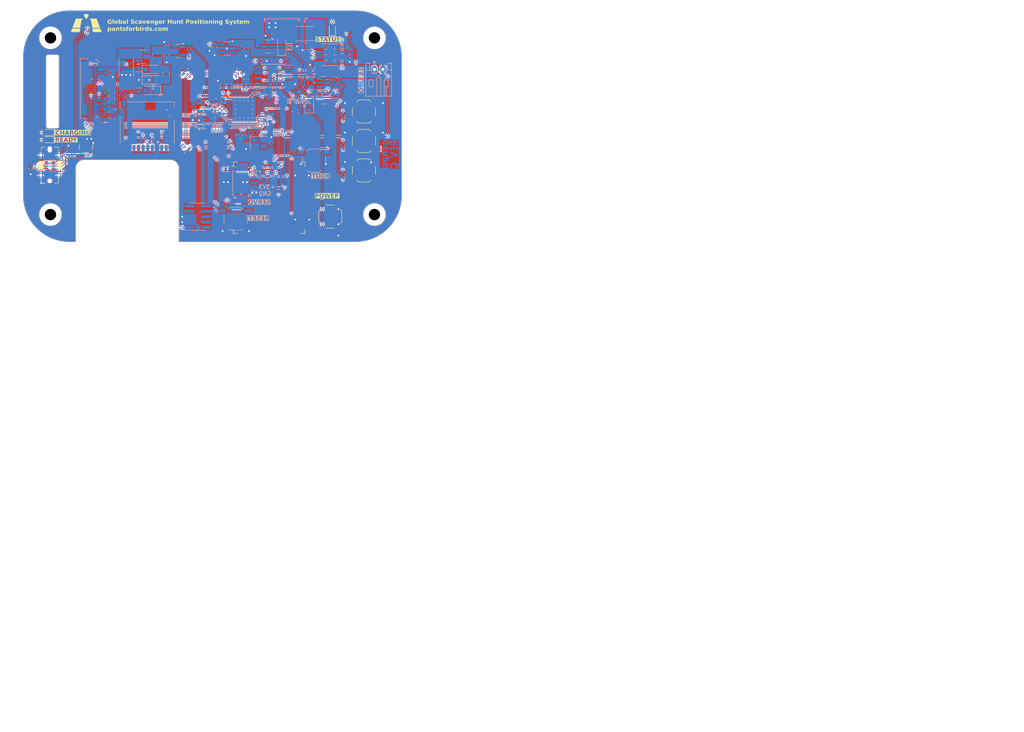
<source format=kicad_pcb>
(kicad_pcb (version 20240108) (generator "pcbnew") (generator_version "8.0")
  (title_block (title "Global Scavenger Hunt Positioning System") (date "2025-02-15") (rev "C") (company "Pants for Birds"))
  (layers (0 "F.Cu" signal) (1 "In1.Cu" signal) (2 "In2.Cu" signal) (31 "B.Cu" signal) (34 "B.Paste" user) (35 "F.Paste" user) (36 "B.SilkS" user "B.Silkscreen") (37 "F.SilkS" user "F.Silkscreen") (38 "B.Mask" user) (39 "F.Mask" user) (44 "Edge.Cuts" user))
  (net 0 "")
  (net 1 "/DISPLAY_BOOST_OUT+")
  (net 2 "GND")
  (net 3 "Net-(U1-CE)")
  (net 4 "Net-(D4-K)")
  (net 5 "/DISPLAY_BOOST_OUT-")
  (net 6 "+3V3")
  (net 7 "Net-(Q1-G)")
  (net 8 "Net-(U4-XIN)")
  (net 9 "Net-(J5-VDHR)")
  (net 10 "Net-(J5-VDDD)")
  (net 11 "+BATT")
  (net 12 "Net-(J5-VDH)")
  (net 13 "+1V1")
  (net 14 "/POHO_OUT")
  (net 15 "Net-(Q4-G)")
  (net 16 "Net-(J5-VDL)")
  (net 17 "Net-(D7-A)")
  (net 18 "Net-(J5-VCOM)")
  (net 19 "Net-(D1-K)")
  (net 20 "VBUS")
  (net 21 "Net-(D6-A)")
  (net 22 "Net-(D2-K)")
  (net 23 "/DISPLAY_BOOST_GATE")
  (net 24 "/DISPLAY_BOOST_CSENSE")
  (net 25 "Net-(D4-A)")
  (net 26 "Net-(D5-K)")
  (net 27 "Net-(J2-CC1)")
  (net 28 "/~{DISPLAY_BUSY}")
  (net 29 "/~{DISPLAY_RST}")
  (net 30 "/DISPLAY_D_C")
  (net 31 "/DISPLAY_ECSM")
  (net 32 "/DISPLAY_SCK")
  (net 33 "/DISPLAY_MOSI")
  (net 35 "Net-(J2-CC2)")
  (net 36 "/USB_D+")
  (net 37 "/USB_D-")
  (net 39 "Net-(J3-Pin_2)")
  (net 41 "Net-(J4-SWDIO{slash}TMS)")
  (net 42 "Net-(J4-SWDCLK{slash}TCK)")
  (net 47 "/~{RESET}")
  (net 49 "/SD_CS")
  (net 50 "/SD_MOSI")
  (net 51 "/SD_SCK")
  (net 52 "/SD_MISO")
  (net 55 "/BUTTON_TOP")
  (net 56 "/BUTTON_MIDDLE")
  (net 57 "/BUTTON_BOTTOM")
  (net 61 "Net-(R12-Pad2)")
  (net 62 "/QSPI_SS")
  (net 63 "/~{USB_BOOT}")
  (net 64 "Net-(Q6-D)")
  (net 65 "/BATT_VSENSE")
  (net 66 "/~{GPS_RESET}")
  (net 67 "/GPS_FIX")
  (net 68 "Net-(U1-PROG)")
  (net 69 "Net-(U2-EN)")
  (net 70 "/GPS_UART_RX")
  (net 71 "/GPS_UART_TX")
  (net 72 "Net-(U4-USB_DP)")
  (net 73 "Net-(U4-USB_DM)")
  (net 74 "Net-(U4-XOUT)")
  (net 78 "Net-(Q9-D)")
  (net 80 "/~{BATT_STDBY}")
  (net 81 "/~{BATT_CHRG}")
  (net 83 "/QSPI_SD1")
  (net 84 "/QSPI_SD2")
  (net 85 "/QSPI_SD0")
  (net 86 "/QSPI_SCLK")
  (net 87 "/QSPI_SD3")
  (net 89 "/~{SD_DETECT}")
  (net 97 "/POHO_CTRL")
  (net 99 "/SERVO_PPM")
  (net 101 "Net-(Q6-G)")
  (net 102 "/~{SERVO_ENABLE}")
  (net 103 "/BATT_VSENSE_ENABLE")
  (net 104 "/REG_IN")
  (net 105 "/GPS_PPS")
  (net 106 "/STATUS_LED")
  (net 107 "Net-(C23-Pad2)")
  (net 108 "/~{DISPLAY_ENABLE}")
  (footprint "Capacitor_SMD:C_0402_1005Metric" (layer "F.Cu") (at 59.2 54.8)
    (property "Reference" "C34" (hide yes))
    (property "Value" "0.1uF")
  )
  (footprint "Button_Switch_SMD:SW_SPST_TL3342" (layer "F.Cu") (at 109.5 61.5)
    (property "Reference" "SW6" (hide yes))
    (property "Value" "SW_Push")
  )
  (footprint "Custom_MountingHole:MountingHole_2.7mm_M2.5_Isolated" (layer "F.Cu") (at 112 72)
    (property "Reference" "H4" (hide yes))
    (property "Value" "MountingHole")
  )
  (footprint "Custom_Connector_USB:USB_C_Receptacle_GCT_USB4115-03-C" (layer "F.Cu") (at 34.835 60.25 90)
    (property "Reference" "J2" (hide yes))
    (property "Value" "USB_C_Receptacle_USB2.0")
  )
  (footprint "Button_Switch_SMD:SW_SPST_TL3342" (layer "F.Cu") (at 109.5 54.5)
    (property "Reference" "SW5" (hide yes))
    (property "Value" "SW_Push")
  )
  (footprint "Button_Switch_SMD:SW_SPST_TL3342" (layer "F.Cu") (at 109.5 47.5)
    (property "Reference" "SW4" (hide yes))
    (property "Value" "SW_Push")
  )
  (footprint "Custom_Graphic:BirdWithPants_Small_Left" (layer "F.Cu") (at 45.5 27)
    (property "Reference" "GRAPHIC2" (hide yes))
    (property "Value" "Graphic" (hide yes))
  )
  (footprint "Custom_MountingHole:MountingHole_2.7mm_M2.5_Isolated" (layer "F.Cu") (at 35 72)
    (property "Reference" "H3" (hide yes))
    (property "Value" "MountingHole")
  )
  (footprint "Custom_MountingHole:MountingHole_2.7mm_M2.5_Isolated" (layer "F.Cu") (at 35 30)
    (property "Reference" "H1" (hide yes))
    (property "Value" "MountingHole")
  )
  (footprint "LED_SMD:LED_0603_1608Metric" (layer "F.Cu") (at 34.5 52.5 180)
    (property "Reference" "D1" (hide yes))
    (property "Value" "RED")
  )
  (footprint "Package_TO_SOT_SMD:SOT-143" (layer "F.Cu") (at 43.45 56 -90)
    (property "Reference" "CR1" (hide yes))
    (property "Value" "DRTR5V0U2SR-7")
  )
  (footprint "Custom_MountingHole:MountingHole_2.7mm_M2.5_Isolated" (layer "F.Cu") (at 112 30)
    (property "Reference" "H2" (hide yes))
    (property "Value" "MountingHole")
  )
  (footprint "LED_SMD:LED_0603_1608Metric" (layer "F.Cu") (at 102 28 90)
    (property "Reference" "D5" (hide yes))
    (property "Value" "GREEN")
  )
  (footprint "LED_SMD:LED_0603_1608Metric" (layer "F.Cu") (at 34.5 54.2 180)
    (property "Reference" "D2" (hide yes))
    (property "Value" "GREEN")
  )
  (footprint "Custom_Graphic:BirdWithPants_Small_Right" (layer "F.Cu") (at 41.5 27)
    (property "Reference" "GRAPHIC1" (hide yes))
    (property "Value" "Graphic" (hide yes))
  )
  (footprint "Button_Switch_SMD:SW_SPST_TL3342" (layer "F.Cu") (at 101.5 72.5 -90)
    (property "Reference" "SW1" (hide yes))
    (property "Value" "SW_Push")
  )
  (footprint "Custom_Module:PA1616S" (layer "F.Cu") (at 87 68)
    (property "Reference" "U5" (hide yes))
    (property "Value" "PA1616S")
  )
  (footprint "Package_DFN_QFN:QFN-56-1EP_7x7mm_P0.4mm_EP3.2x3.2mm" (layer "B.Cu") (at 81 47 180)
    (property "Reference" "U4" (hide yes))
    (property "Value" "RP2040")
  )
  (footprint "Resistor_SMD:R_0402_1005Metric" (layer "B.Cu") (at 102.5 39.5 -90)
    (property "Reference" "R8" (hide yes))
    (property "Value" "10k")
  )
  (footprint "Capacitor_SMD:C_0603_1608Metric" (layer "B.Cu") (at 103.5 41.5)
    (property "Reference" "C19" (hide yes))
    (property "Value" "1uF")
  )
  (footprint "Resistor_SMD:R_0402_1005Metric" (layer "B.Cu") (at 94 47.5 180)
    (property "Reference" "R14" (hide yes))
    (property "Value" "10k")
  )
  (footprint "Capacitor_SMD:C_0402_1005Metric" (layer "B.Cu") (at 75.6 48)
    (property "Reference" "C11" (hide yes))
    (property "Value" "0.1uF")
  )
  (footprint "Capacitor_SMD:C_0603_1608Metric" (layer "B.Cu") (at 48.8 43)
    (property "Reference" "C28" (hide yes))
    (property "Value" "1uF 25V")
  )
  (footprint "Resistor_SMD:R_0402_1005Metric" (layer "B.Cu") (at 30.3 61.1 -90)
    (property "Reference" "R1" (hide yes))
    (property "Value" "5.1k 1%")
  )
  (footprint "Capacitor_SMD:C_0402_1005Metric" (layer "B.Cu") (at 81 41 -90)
    (property "Reference" "C14" (hide yes))
    (property "Value" "0.1uF")
  )
  (footprint "Package_TO_SOT_SMD:SOT-23" (layer "B.Cu") (at 93.5 45 90)
    (property "Reference" "Q3" (hide yes))
    (property "Value" "30V 2.2A")
  )
  (footprint "Capacitor_SMD:C_0603_1608Metric" (layer "B.Cu") (at 48.8 44.5)
    (property "Reference" "C29" (hide yes))
    (property "Value" "1uF 25V")
  )
  (footprint "Capacitor_SMD:C_0603_1608Metric" (layer "B.Cu") (at 49 38.3)
    (property "Reference" "C27" (hide yes))
    (property "Value" "1uF 25V")
  )
  (footprint "Connector_Card:microSD_HC_Hirose_DM3D-SF" (layer "B.Cu") (at 58 51 180)
    (property "Reference" "J6" (hide yes))
    (property "Value" "DM3AT-SF")
  )
  (footprint "Diode_SMD:D_SOD-123F" (layer "B.Cu") (at 59 37.5)
    (property "Reference" "D6" (hide yes))
    (property "Value" "40V 2A")
  )
  (footprint "Resistor_SMD:R_0402_1005Metric" (layer "B.Cu") (at 91 35.5)
    (property "Reference" "R17" (hide yes))
    (property "Value" "10k")
  )
  (footprint "Capacitor_SMD:C_0402_1005Metric" (layer "B.Cu") (at 80.1 38 -45)
    (property "Reference" "C6" (hide yes))
    (property "Value" "0.1uF")
  )
  (footprint "Capacitor_SMD:C_0805_2012Metric" (layer "B.Cu") (at 95.6 32 180)
    (property "Reference" "C2" (hide yes))
    (property "Value" "10uF")
  )
  (footprint "Resistor_SMD:R_0402_1005Metric" (layer "B.Cu") (at 106.2 34.4)
    (property "Reference" "R12" (hide yes))
    (property "Value" "5.1k 1%")
  )
  (footprint "Package_TO_SOT_SMD:SOT-23" (layer "B.Cu") (at 65.4 33.1 180)
    (property "Reference" "Q9" (hide yes))
    (property "Value" "20V 4.2A")
  )
  (footprint "Custom_FFC-FPC:Hirose_FH34SRJ-24S-0.5SH_1x24-1MP_P0.50mm_Horizontal_Mirrored" (layer "B.Cu") (at 45.2 42.05 90)
    (property "Reference" "J5" (hide yes))
    (property "Value" "E2213PS0E")
  )
  (footprint "Button_Switch_SMD:SW_SPST_TL3342" (layer "B.Cu") (at 97.639642 59.17)
    (property "Reference" "SW2" (hide yes))
    (property "Value" "SW_Push")
  )
  (footprint "Resistor_SMD:R_0402_1005Metric" (layer "B.Cu") (at 95.4 39.7 -90)
    (property "Reference" "R10" (hide yes))
    (property "Value" "100k")
  )
  (footprint "Capacitor_SMD:C_0603_1608Metric" (layer "B.Cu") (at 48.8 47)
    (property "Reference" "C30" (hide yes))
    (property "Value" "1uF 25V")
  )
  (footprint "Capacitor_SMD:C_0402_1005Metric" (layer "B.Cu") (at 87.5 55 -90)
    (property "Reference" "C22" (hide yes))
    (property "Value" "27pF NP0")
  )
  (footprint "Package_SO:HSOP-8-1EP_3.9x4.9mm_P1.27mm_EP2.41x3.1mm_ThermalVias" (layer "B.Cu") (at 101.5 34 180)
    (property "Reference" "U1" (hide yes))
    (property "Value" "TP4056")
  )
  (footprint "Resistor_SMD:R_0402_1005Metric" (layer "B.Cu") (at 103.5 39.5 -90)
    (property "Reference" "R9" (hide yes))
    (property "Value" "100k")
  )
  (footprint "Capacitor_SMD:C_0402_1005Metric" (layer "B.Cu") (at 81.1 53 90)
    (property "Reference" "C10" (hide yes))
    (property "Value" "0.1uF")
  )
  (footprint "Resistor_SMD:R_0402_1005Metric" (layer "B.Cu") (at 104.5 48.5 -90)
    (property "Reference" "R27" (hide yes))
    (property "Value" "10k")
  )
  (footprint "Capacitor_SMD:C_0402_1005Metric" (layer "B.Cu") (at 85 35.5)
    (property "Reference" "C21" (hide yes))
    (property "Value" "0.1uF")
  )
  (footprint "Resistor_SMD:R_0402_1005Metric" (layer "B.Cu") (at 79 41.490001 -90)
    (property "Reference" "R13" (hide yes))
    (property "Value" "27.4R 1%")
  )
  (footprint "Package_TO_SOT_SMD:SOT-23" (layer "B.Cu") (at 71.5 50)
    (property "Reference" "Q7" (hide yes))
    (property "Value" "30V 2.2A")
  )
  (footprint "Custom_Package_SO:SOIC-8_5.23x5.23mm_P1.27mm" (layer "B.Cu") (at 88 39 180)
    (property "Reference" "U3" (hide yes))
    (property "Value" "W25Q128JVS")
  )
  (footprint "Capacitor_SMD:C_0402_1005Metric" (layer "B.Cu") (at 86.52 48 180)
    (property "Reference" "C12" (hide yes))
    (property "Value" "0.1uF")
  )
  (footprint "Resistor_SMD:R_0402_1005Metric" (layer "B.Cu") (at 86.55 60.4375 180)
    (property "Reference" "R19" (hide yes))
    (property "Value" "10k")
  )
  (footprint "Resistor_SMD:R_0402_1005Metric" (layer "B.Cu") (at 52.9 43.7 180)
    (property "Reference" "R31" (hide yes))
    (property "Value" "10k")
  )
  (footprint "Resistor_SMD:R_0402_1005Metric" (layer "B.Cu") (at 106.2 33.4)
    (property "Reference" "R6" (hide yes))
    (property "Value" "5.1k 1%")
  )
  (footprint "Package_TO_SOT_SMD:SOT-23" (layer "B.Cu") (at 86.55 62.9375 -90)
    (property "Reference" "Q5" (hide yes))
    (property "Value" "20V 4.2A")
  )
  (footprint "Capacitor_SMD:C_0402_1005Metric" (layer "B.Cu") (at 82 41 -90)
    (property "Reference" "C8" (hide yes))
    (property "Value" "0.1uF")
  )
  (footprint "Capacitor_SMD:C_0603_1608Metric" (layer "B.Cu") (at 81.5 32.5 -90)
    (property "Reference" "C20" (hide yes))
    (property "Value" "1uF")
  )
  (footprint "Capacitor_SMD:C_0402_1005Metric" (layer "B.Cu") (at 62.7 31.5 90)
    (property "Reference" "C24" (hide yes))
    (property "Value" "0.1uF")
  )
  (footprint "Capacitor_SMD:C_0402_1005Metric" (layer "B.Cu") (at 86.52 44 180)
    (property "Reference" "C13" (hide yes))
    (property "Value" "0.1uF")
  )
  (footprint "Resistor_SMD:R_0402_1005Metric" (layer "B.Cu") (at 104.5 55.5 -90)
    (property "Reference" "R28" (hide yes))
    (property "Value" "10k")
  )
  (footprint "Connector_PinHeader_1.27mm:PinHeader_2x05_P1.27mm_Vertical_SMD" (layer "B.Cu") (at 70 72.5)
    (property "Reference" "J4" (hide yes))
    (property "Value" "Conn_ARM_JTAG_SWD_10")
  )
  (footprint "Connector_Molex:Molex_PicoBlade_53261-0371_1x03-1MP_P1.25mm_Horizontal" (layer "B.Cu") (at 81 64.5 90)
    (property "Reference" "J3" (hide yes))
    (property "Value" "Conn_01x03_Pin")
  )
  (footprint "Capacitor_SMD:C_0603_1608Metric" (layer "B.Cu") (at 56 42 -90)
    (property "Reference" "C31" (hide yes))
    (property "Value" "1uF 25V")
  )
  (footprint "Capacitor_SMD:C_0402_1005Metric" (layer "B.Cu") (at 35.7 61.7 90)
    (property "Reference" "C3" (hide yes))
    (property "Value" "0.1uF")
  )
  (footprint "Button_Switch_SMD:SW_SPST_TL3342" (layer "B.Cu") (at 79 73)
    (property "Reference" "SW3" (hide yes))
    (property "Value" "SW_Push")
  )
  (footprint "Capacitor_SMD:C_0603_1608Metric" (layer "B.Cu") (at 76 41 -90)
    (property "Reference" "C16" (hide yes))
    (property "Value" "1uF")
  )
  (footprint "Package_TO_SOT_SMD:SOT-23" (layer "B.Cu") (at 99.9 40.7)
    (property "Reference" "Q1" (hide yes))
    (property "Value" "20V 4.2A")
  )
  (footprint "Resistor_SMD:R_2512_6332Metric" (layer "B.Cu") (at 95.5 29)
    (property "Reference" "R2" (hide yes))
    (property "Value" "0.47R 1% 1W")
  )
  (footprint "Resistor_SMD:R_0402_1005Metric" (layer "B.Cu") (at 92.3 57.5 180)
    (property "Reference" "R18" (hide yes))
    (property "Value" "1k")
  )
  (footprint "Resistor_SMD:R_0402_1005Metric" (layer "B.Cu") (at 67.9 32.7 90)
    (property "Reference" "R32" (hide yes))
    (property "Value" "10k")
  )
  (footprint "Capacitor_SMD:C_0603_1608Metric" (layer "B.Cu") (at 62.6375 34 -90)
    (property "Reference" "C25" (hide yes))
    (property "Value" "1uF")
  )
  (footprint "Package_TO_SOT_SMD:SOT-23" (layer "B.Cu") (at 99.9625 44.15 180)
    (property "Reference" "Q4" (hide yes))
    (property "Value" "30V 2.2A")
  )
  (footprint "Capacitor_SMD:C_0603_1608Metric" (layer "B.Cu") (at 77.5 41 -90)
    (property "Reference" "C15" (hide yes))
    (property "Value" "1uF")
  )
  (footprint "Capacitor_SMD:C_0402_1005Metric" (layer "B.Cu") (at 67 38.1 -135)
    (property "Reference" "C5" (hide yes))
    (property "Value" "0.1uF")
  )
  (footprint "Crystal:Crystal_SMD_SeikoEpson_FA238-4Pin_3.2x2.5mm" (layer "B.Cu") (at 84.5 55)
    (property "Reference" "Y1" (hide yes))
    (property "Value" "12.000MHz 18pF")
  )
  (footprint "Capacitor_SMD:C_0603_1608Metric" (layer "B.Cu") (at 74 32.275 -90)
    (property "Reference" "C17" (hide yes))
    (property "Value" "2.2uF")
  )
  (footprint "Capacitor_SMD:C_0805_2012Metric" (layer "B.Cu") (at 62.5 38.5 -90)
    (property "Reference" "C32" (hide yes))
    (property "Value" "4.7uF 25V")
  )
  (footprint "Resistor_SMD:R_0402_1005Metric" (layer "B.Cu") (at 74.1 46 90)
    (property "Reference" "R22" (hide yes))
    (property "Value" "5.1k 1%")
  )
  (footprint "Capacitor_SMD:C_0402_1005Metric" (layer "B.Cu") (at 75.6 44.4)
    (property "Reference" "C9" (hide yes))
    (property "Value" "0.1uF")
  )
  (footprint "Diode_SMD:D_SOD-123F" (layer "B.Cu") (at 59 42.5 180)
    (property "Reference" "D8" (hide yes))
    (property "Value" "40V 2A")
  )
  (footprint "Resistor_SMD:R_0402_1005Metric" (layer "B.Cu") (at 38.8 56.5)
    (property "Reference" "R3" (hide yes))
    (property "Value" "5.1k 1%")
  )
  (footprint "Capacitor_SMD:C_0603_1608Metric" (layer "B.Cu") (at 48.8 49.5)
    (property "Reference" "C33" (hide yes))
    (property "Value" "1uF 25V")
  )
  (footprint "Resistor_SMD:R_0402_1005Metric" (layer "B.Cu") (at 74.1 47.9 -90)
    (property "Reference" "R24" (hide yes))
    (property "Value" "10k 1%")
  )
  (footprint "Capacitor_SMD:C_0805_2012Metric" (layer "B.Cu") (at 96.9 40.7 -90)
    (property "Reference" "C18" (hide yes))
    (property "Value" "10uF")
  )
  (footprint "Resistor_SMD:R_0402_1005Metric" (layer "B.Cu") (at 82.6 52.7 180)
    (property "Reference" "R20" (hide yes))
    (property "Value" "1k")
  )
  (footprint "Resistor_SMD:R_0402_1005Metric" (layer "B.Cu") (at 106.1 29.5 -90)
    (property "Reference" "R21" (hide yes))
    (property "Value" "115R")
  )
  (footprint "Package_TO_SOT_SMD:SOT-23" (layer "B.Cu") (at 86.5625 32.05 180)
    (property "Reference" "Q2" (hide yes))
    (property "Value" "20V 4.2A")
  )
  (footprint "Custom_Graphic:PCB_PN_REV" (layer "B.Cu") (at 117.15 62.45 -90)
    (property "Reference" "PCB1" (hide yes))
    (property "Value" "PCB" (hide yes))
  )
  (footprint "Package_TO_SOT_SMD:SOT-23-5" (layer "B.Cu") (at 77 32.5 180)
    (property "Reference" "U2" (hide yes))
    (property "Value" "AP2112K-3.3")
  )
  (footprint "Resistor_SMD:R_2512_6332Metric" (layer "B.Cu") (at 53 37 -90)
    (property "Reference" "R30" (hide yes))
    (property "Value" "0.47R 1% 1W")
  )
  (footprint "Resistor_SMD:R_0402_1005Metric" (layer "B.Cu") (at 80 32 -90)
    (property "Reference" "R7" (hide yes))
    (property "Value" "10k")
  )
  (footprint "Capacitor_SMD:C_0805_2012Metric" (layer "B.Cu") (at 97.7 37.8 180)
    (property "Reference" "C1" (hide yes))
    (property "Value" "10uF")
  )
  (footprint "Resistor_SMD:R_0402_1005Metric" (layer "B.Cu") (at 104.5 62.5 -90)
    (property "Reference" "R29" (hide yes))
    (property "Value" "10k")
  )
  (footprint "Resistor_SMD:R_0402_1005Metric" (layer "B.Cu") (at 95.4 41.7 90)
    (property "Reference" "R16" (hide yes))
    (property "Value" "100k")
  )
  (footprint "Diode_SMD:D_SOD-123F" (layer "B.Cu") (at 90 32 90)
    (property "Reference" "D3")
    (property "Value" "40V 2A")
  )
  (footprint "Diode_SMD:D_SOD-123F" (layer "B.Cu") (at 59 40)
    (property "Reference" "D7" (hide yes))
    (property "Value" "40V 2A")
  )
  (footprint "Capacitor_SMD:C_0402_1005Metric" (layer "B.Cu") (at 67.6 56.7 45)
    (property "Reference" "C4" (hide yes))
    (property "Value" "0.1uF")
  )
  (footprint "Package_TO_SOT_SMD:SOT-23" (layer "B.Cu") (at 71.5 46.5)
    (property "Reference" "Q6" (hide yes))
    (property "Value" "20V 4.2A")
  )
  (footprint "Resistor_SMD:R_0402_1005Metric" (layer "B.Cu") (at 69 50 90)
    (property "Reference" "R26" (hide yes))
    (property "Value" "10k")
  )
  (footprint "Capacitor_SMD:C_0402_1005Metric" (layer "B.Cu") (at 80.1 53 90)
    (property "Reference" "C7" (hide yes))
    (property "Value" "0.1uF")
  )
  (footprint "Inductor_SMD:L_1008_2520Metric" (layer "B.Cu") (at 60.4 34.2 -90)
    (property "Reference" "L1" (hide yes))
    (property "Value" "10uH 0.8A")
  )
  (footprint "Resistor_SMD:R_0402_1005Metric" (layer "B.Cu") (at 87.5 29.5 180)
    (property "Reference" "R15" (hide yes))
    (property "Value" "10k")
  )
  (footprint "Capacitor_SMD:C_0402_1005Metric" (layer "B.Cu") (at 81.5 55 90)
    (property "Reference" "C23" (hide yes))
    (property "Value" "27pF NP0")
  )
  (footprint "Package_TO_SOT_SMD:SOT-23" (layer "B.Cu") (at 57 34.5)
    (property "Reference" "Q8" (hide yes))
    (property "Value" "30V 2.2A")
  )
  (footprint "Resistor_SMD:R_0402_1005Metric" (layer "B.Cu") (at 76.5 69.5 180)
    (property "Reference" "R25" (hide yes))
    (property "Value" "10k")
  )
  (footprint "Resistor_SMD:R_0402_1005Metric" (layer "B.Cu") (at 69 46.5 -90)
    (property "Reference" "R23" (hide yes))
    (property "Value" "10k")
  )
  (footprint "Resistor_SMD:R_0402_1005Metric" (layer "B.Cu") (at 80 41.5 -90)
    (property "Reference" "R11" (hide yes))
    (property "Value" "27.4R 1%")
  )
  (footprint "Diode_SMD:D_SOD-123" (layer "B.Cu") (at 96.5 45.5 90)
    (property "Reference" "D4" (hide yes))
    (property "Value" "1N4148")
  )
  (footprint "Resistor_SMD:R_0402_1005Metric" (layer "B.Cu") (at 37 54.2)
    (property "Reference" "R5" (hide yes))
    (property "Value" "115R")
  )
  (footprint "Capacitor_SMD:C_0603_1608Metric" (layer "B.Cu") (at 56 38 -90)
    (property "Reference" "C26" (hide yes))
    (property "Value" "1uF 25V")
  )
  (footprint "Resistor_SMD:R_0402_1005Metric" (layer "B.Cu") (at 37 52.5)
    (property "Reference" "R4" (hide yes))
    (property "Value" "287R")
  )
  (footprint "Connector_JST:JST_PH_S2B-PH-K_1x02_P2.00mm_Horizontal" (layer "B.Cu") (at 114 37.5 180)
    (property "Reference" "J1" (hide yes))
    (property "Value" "JST-PH 01x02 Male")
  )
  (gr_rect (start 36.7 59.35) (end 37.6 61.25) (stroke (width 0.15)) (fill solid) (layer "F.SilkS"))
  (gr_rect (start 32.3 59.3) (end 33.2 61.2) (stroke (width 0.15)) (fill solid) (layer "F.SilkS"))
  (gr_poly (pts (xy 43.5 25.516) (xy 44.008 24.754) (xy 44.008 24.5) (xy 43.881 24.373) (xy 43.627 24.373) (xy 43.5 24.5) (xy 43.5 24.627) (xy 43.5 24.5) (xy 43.373 24.373) (xy 43.246 24.373) (xy 43.119 24.373) (xy 42.992 24.5) (xy 42.992 24.754)) (stroke (width 0.1)) (fill solid) (layer "F.SilkS"))
  (gr_line (start 43 59) (end 63.5 59) (stroke (width 0.1)) (layer "Edge.Cuts"))
  (gr_arc (start 107.5 23.5) (mid 115.278175 26.721825) (end 118.5 34.5) (stroke (width 0.1)) (layer "Edge.Cuts"))
  (gr_arc (start 118.5 67.5) (mid 115.278175 75.278175) (end 107.5 78.5) (stroke (width 0.1)) (layer "Edge.Cuts"))
  (gr_line (start 36.999999 51) (end 36.999999 34.5) (stroke (width 0.1)) (layer "Edge.Cuts"))
  (gr_line (start 34.5 34) (end 36.5 34.000001) (stroke (width 0.1)) (layer "Edge.Cuts"))
  (gr_arc (start 39.5 78.5) (mid 31.721825 75.278175) (end 28.5 67.5) (stroke (width 0.1)) (layer "Edge.Cuts"))
  (gr_line (start 41 78.5) (end 41 61) (stroke (width 0.1)) (layer "Edge.Cuts"))
  (gr_line (start 34 34.5) (end 34.000001 51) (stroke (width 0.1)) (layer "Edge.Cuts"))
  (gr_line (start 34.5 51.499999) (end 36.5 51.499999) (stroke (width 0.1)) (layer "Edge.Cuts"))
  (gr_arc (start 36.5 34.000001) (mid 36.853552 34.146448) (end 36.999999 34.5) (stroke (width 0.1)) (layer "Edge.Cuts"))
  (gr_arc (start 36.999999 51) (mid 36.853552 51.353552) (end 36.5 51.499999) (stroke (width 0.1)) (layer "Edge.Cuts"))
  (gr_arc (start 41 61) (mid 41.585786 59.585786) (end 43 59) (stroke (width 0.1)) (layer "Edge.Cuts"))
  (gr_line (start 107.5 78.5) (end 65.5 78.5) (stroke (width 0.1)) (layer "Edge.Cuts"))
  (gr_line (start 39.5 23.5) (end 107.5 23.5) (stroke (width 0.1)) (layer "Edge.Cuts"))
  (gr_arc (start 34 34.5) (mid 34.146447 34.146447) (end 34.5 34) (stroke (width 0.1)) (layer "Edge.Cuts"))
  (gr_line (start 41 78.5) (end 39.5 78.5) (stroke (width 0.1)) (layer "Edge.Cuts"))
  (gr_arc (start 34.5 51.499999) (mid 34.146448 51.353552) (end 34.000001 51) (stroke (width 0.1)) (layer "Edge.Cuts"))
  (gr_line (start 28.5 67.5) (end 28.5 34.5) (stroke (width 0.1)) (layer "Edge.Cuts"))
  (gr_line (start 65.5 78.5) (end 65.5 61) (stroke (width 0.1)) (layer "Edge.Cuts"))
  (gr_arc (start 28.5 34.5) (mid 31.721825 26.721825) (end 39.5 23.5) (stroke (width 0.1)) (layer "Edge.Cuts"))
  (gr_arc (start 63.5 59) (mid 64.914214 59.585786) (end 65.5 61) (stroke (width 0.1)) (layer "Edge.Cuts"))
  (gr_line (start 118.5 34.5) (end 118.5 67.5) (stroke (width 0.1)) (layer "Edge.Cuts"))
  (gr_text "S" (at 84.3 62.6 0) (layer "B.SilkS") (effects (font (size 1 1)) (justify left bottom mirror)))
  (gr_text "+" (at 112.7 36.3 0) (layer "B.SilkS") (effects (font (size 1 1)) (justify left bottom mirror)))
  (gr_text "+3V3" (at 88.6 66 0) (layer "B.SilkS") (effects (font (size 1 1)) (justify left bottom mirror)))
  (gr_text "1S LIPO" (at 109.5 37 90) (layer "B.SilkS" knockout) (effects (font (size 1 1) (thickness 0.2) (bold yes)) (justify left bottom mirror)))
  (gr_text "GND" (at 87.6 67.6 0) (layer "B.SilkS") (effects (font (size 1 1)) (justify left bottom mirror)))
  (gr_text "SERVO" (at 87.3 69.7 0) (layer "B.SilkS" knockout) (effects (font (size 1 1) (thickness 0.2) (bold yes)) (justify left bottom mirror)))
  (gr_text "RESET" (at 87 73.5 0) (layer "B.SilkS" knockout) (effects (font (size 1 1) (thickness 0.2) (bold yes)) (justify left bottom mirror)))
  (gr_text "BOOT" (at 101.5 63.5 0) (layer "B.SilkS" knockout) (effects (font (size 1 1) (thickness 0.2) (bold yes)) (justify left bottom mirror)))
  (gr_text "READY" (at 36.1 54.9 0) (layer "F.SilkS" knockout) (effects (font (size 1 1) (thickness 0.2) (bold yes)) (justify left bottom)))
  (gr_text "CHARGING" (at 36.2 53.2 0) (layer "F.SilkS" knockout) (effects (font (size 1 1) (thickness 0.2) (bold yes)) (justify left bottom)))
  (gr_text "POWER" (at 97.8 68.2 0) (layer "F.SilkS" knockout) (effects (font (size 1 1) (thickness 0.2) (bold yes)) (justify left bottom)))
  (gr_text "Global Scavenger Hunt Positioning System\npantsforbirds.com" (at 48.5 28.5 0) (layer "F.SilkS") (effects (font (size 1 1) (thickness 0.2) (bold yes)) (justify left bottom)))
  (gr_text "STATUS" (at 98 31 0) (layer "F.SilkS" knockout) (effects (font (size 1 1) (thickness 0.2) (bold yes)) (justify left bottom)))
  (segment (start 50.9 38.4) (end 52.075 37.225) (width 0.25) (layer "B.Cu") (net 1))
  (segment (start 52.075 37.225) (end 56 37.225) (width 0.25) (layer "B.Cu") (net 1))
  (segment (start 57.325 37.225) (end 57.6 37.5) (width 0.25) (layer "B.Cu") (net 1))
  (segment (start 50.9 45.8) (end 50.9 38.4) (width 0.25) (layer "B.Cu") (net 1))
  (segment (start 50.45 46.25) (end 50.9 45.8) (width 0.25) (layer "B.Cu") (net 1))
  (segment (start 56 37.225) (end 57.325 37.225) (width 0.25) (layer "B.Cu") (net 1))
  (segment (start 45.65 46.25) (end 50.45 46.25) (width 0.25) (layer "B.Cu") (net 1))
  (segment (start 45.6 46.3) (end 45.65 46.25) (width 0.25) (layer "B.Cu") (net 1))
  (segment (start 59.68 54.8) (end 60.5 54.8) (width 0.4) (layer "F.Cu") (net 2))
  (via (at 83 48) (size 0.5) (drill 0.2) (layers "F.Cu" "B.Cu") (net 2))
  (via (at 74.8 40.2) (size 0.8) (drill 0.4) (layers "F.Cu" "B.Cu") (net 2))
  (via (at 62.7 47.1) (size 0.5) (drill 0.2) (layers "F.Cu" "B.Cu") (net 2))
  (via (at 105 45.5) (size 0.8) (drill 0.4) (layers "F.Cu" "B.Cu") (net 2))
  (via (at 50.3 44.5) (size 0.5) (drill 0.2) (layers "F.Cu" "B.Cu") (net 2))
  (via (at 83 46) (size 0.5) (drill 0.2) (layers "F.Cu" "B.Cu") (net 2))
  (via (at 62.01999 31.02) (size 0.8) (drill 0.4) (layers "F.Cu" "B.Cu") (net 2))
  (via (at 90.5 44) (size 0.5) (drill 0.2) (layers "F.Cu" "B.Cu") (net 2))
  (via (at 99.5 43.2) (size 0.5) (drill 0.2) (layers "F.Cu" "B.Cu") (net 2))
  (via (at 79 49) (size 0.5) (drill 0.2) (layers "F.Cu" "B.Cu") (net 2))
  (via (at 77.2 64.3) (size 0.8) (drill 0.4) (layers "F.Cu" "B.Cu") (net 2))
  (via (at 83 45) (size 0.5) (drill 0.2) (layers "F.Cu" "B.Cu") (net 2))
  (via (at 52 48.9) (size 0.5) (drill 0.2) (layers "F.Cu" "B.Cu") (net 2))
  (via (at 103.4 67.9) (size 0.8) (drill 0.4) (layers "F.Cu" "B.Cu") (net 2))
  (via (at 76.2 64.3) (size 0.8) (drill 0.4) (layers "F.Cu" "B.Cu") (net 2))
  (via (at 100.9 39.9) (size 0.5) (drill 0.2) (layers "F.Cu" "B.Cu") (net 2))
  (via (at 114 52.5) (size 0.8) (drill 0.4) (layers "F.Cu" "B.Cu") (net 2))
  (via (at 49.8 39.3) (size 0.8) (drill 0.4) (layers "F.Cu" "B.Cu") (net 2))
  (via (at 79 46) (size 0.5) (drill 0.2) (layers "F.Cu" "B.Cu") (net 2))
  (via (at 93.1 41) (size 0.8) (drill 0.4) (layers "F.Cu" "B.Cu") (net 2))
  (via (at 103.4 77) (size 0.8) (drill 0.4) (layers "F.Cu" "B.Cu") (net 2))
  (via (at 93.2 73.2) (size 0.8) (drill 0.4) (layers "F.Cu" "B.Cu") (net 2))
  (via (at 96.7 36.4) (size 0.8) (drill 0.4) (layers "F.Cu" "B.Cu") (net 2))
  (via (at 39.3 55.6) (size 0.8) (drill 0.4) (layers "F.Cu" "B.Cu") (net 2))
  (via (at 100.5 60) (size 0.8) (drill 0.4) (layers "F.Cu" "B.Cu") (net 2))
  (via (at 105 52.5) (size 0.8) (drill 0.4) (layers "F.Cu" "B.Cu") (net 2))
  (via (at 44.6 44.4) (size 0.5) (drill 0.2) (layers "F.Cu" "B.Cu") (net 2))
  (via (at 81.5 34.3) (size 0.8) (drill 0.4) (layers "F.Cu" "B.Cu") (net 2))
  (via (at 92.5 47.5) (size 0.5) (drill 0.2) (layers "F.Cu" "B.Cu") (net 2))
  (via (at 76.9 32.5) (size 0.8) (drill 0.4) (layers "F.Cu" "B.Cu") (net 2))
  (via (at 87.5 53.6) (size 0.8) (drill 0.4) (layers "F.Cu" "B.Cu") (net 2))
  (via (at 81 39.8) (size 0.5) (drill 0.2) (layers "F.Cu" "B.Cu") (net 2))
  (via (at 79 45) (size 0.5) (drill 0.2) (layers "F.Cu" "B.Cu") (net 2))
  (via (at 79.4 37.3) (size 0.5) (drill 0.2) (layers "F.Cu" "B.Cu") (net 2))
  (via (at 54 38.8) (size 0.8) (drill 0.4) (layers "F.Cu" "B.Cu") (net 2))
  (via (at 93.6 32) (size 0.8) (drill 0.4) (layers "F.Cu" "B.Cu") (net 2))
  (via (at 56 38.075) (size 0.5) (drill 0.2) (layers "F.Cu" "B.Cu") (net 2))
  (via (at 86.1 29.5) (size 0.8) (drill 0.4) (layers "F.Cu" "B.Cu") (net 2))
  (via (at 66.3 72.5) (size 0.8) (drill 0.4) (layers "F.Cu" "B.Cu") (net 2))
  (via (at 63.3 48.6) (size 0.5) (drill 0.2) (layers "F.Cu" "B.Cu") (net 2))
  (via (at 74.4 44.4) (size 0.5) (drill 0.2) (layers "F.Cu" "B.Cu") (net 2))
  (via (at 87.773571 48.115534) (size 0.5) (drill 0.2) (layers "F.Cu" "B.Cu") (net 2))
  (via (at 83.9 66.8) (size 0.8) (drill 0.4) (layers "F.Cu" "B.Cu") (net 2))
  (via (at 80.1 53.9) (size 0.5) (drill 0.2) (layers "F.Cu" "B.Cu") (net 2))
  (via (at 72.8 33.1) (size 0.8) (drill 0.4) (layers "F.Cu" "B.Cu") (net 2))
  (via (at 63.7 54.6) (size 0.5) (drill 0.2) (layers "F.Cu" "B.Cu") (net 2))
  (via (at 86.4 35.5) (size 0.8) (drill 0.4) (layers "F.Cu" "B.Cu") (net 2))
  (via (at 94.5 60) (size 0.8) (drill 0.4) (layers "F.Cu" "B.Cu") (net 2))
  (via (at 105 59.5) (size 0.8) (drill 0.4) (layers "F.Cu" "B.Cu") (net 2))
  (via (at 81 49) (size 0.5) (drill 0.2) (layers "F.Cu" "B.Cu") (net 2))
  (via (at 103.5 43.2) (size 0.5) (drill 0.2) (layers "F.Cu" "B.Cu") (net 2))
  (via (at 81.7 64.3) (size 0.8) (drill 0.4) (layers "F.Cu" "B.Cu") (net 2))
  (via (at 44.7 54) (size 0.8) (drill 0.4) (layers "F.Cu" "B.Cu") (net 2))
  (via (at 50.3 47) (size 0.5) (drill 0.2) (layers "F.Cu" "B.Cu") (net 2))
  (via (at 30.3 62.4) (size 0.8) (drill 0.4) (layers "F.Cu" "B.Cu") (net 2))
  (via (at 79 48) (size 0.5) (drill 0.2) (layers "F.Cu" "B.Cu") (net 2))
  (via (at 44.8 39.8) (size 0.5) (drill 0.2) (layers "F.Cu" "B.Cu") (net 2))
  (via (at 96.4 62.7) (size 0.8) (drill 0.4) (layers "F.Cu" "B.Cu") (net 2))
  (via (at 87.7 44) (size 0.5) (drill 0.2) (layers "F.Cu" "B.Cu") (net 2))
  (via (at 52.4 54.5) (size 0.5) (drill 0.2) (layers "F.Cu" "B.Cu") (net 2))
  (via (at 81 45) (size 0.5) (drill 0.2) (layers "F.Cu" "B.Cu") (net 2))
  (via (at 90.5 49.5) (size 0.5) (drill 0.2) (layers "F.Cu" "B.Cu") (net 2))
  (via (at 67.7 37.4) (size 0.5) (drill 0.2) (layers "F.Cu" "B.Cu") (net 2))
  (via (at 76.5 45.5) (size 0.5) (drill 0.2) (layers "F.Cu" "B.Cu") (net 2))
  (via (at 83 49) (size 0.5) (drill 0.2) (layers "F.Cu" "B.Cu") (net 2))
  (via (at 74.1 49) (size 0.5) (drill 0.2) (layers "F.Cu" "B.Cu") (net 2))
  (via (at 66.9 57.4) (size 0.5) (drill 0.2) (layers "F.Cu" "B.Cu") (net 2))
  (via (at 58.5 40) (size 0.8) (drill 0.4) (layers "F.Cu" "B.Cu") (net 2))
  (via (at 66.3 73.8) (size 0.8) (drill 0.4) (layers "F.Cu" "B.Cu") (net 2))
  (via (at 68.82 49.525) (size 0.8) (drill 0.4) (layers "F.Cu" "B.Cu") (net 2))
  (via (at 79.1 53) (size 0.5) (drill 0.2) (layers "F.Cu" "B.Cu") (net 2))
  (via (at 103.4 74.3) (size 0.8) (drill 0.4) (layers "F.Cu" "B.Cu") (net 2))
  (via (at 82 49) (size 0.5) (drill 0.2) (layers "F.Cu" "B.Cu") (net 2))
  (via (at 79 47) (size 0.5) (drill 0.2) (layers "F.Cu" "B.Cu") (net 2))
  (via (at 80 49) (size 0.5) (drill 0.2) (layers "F.Cu" "B.Cu") (net 2))
  (via (at 62.6 35.799992) (size 0.8) (drill 0.4) (layers "F.Cu" "B.Cu") (net 2))
  (via (at 82.2 75.9) (size 0.8) (drill 0.4) (layers "F.Cu" "B.Cu") (net 2))
  (via (at 70.3 49.575) (size 0.8) (drill 0.4) (layers "F.Cu" "B.Cu") (net 2))
  (via (at 82 39.8) (size 0.5) (drill 0.2) (layers "F.Cu" "B.Cu") (net 2))
  (via (at 50.3 49.5) (size 0.5) (drill 0.2) (layers "F.Cu" "B.Cu") (net 2))
  (via (at 46.4 39.8) (size 0.5) (drill 0.2) (layers "F.Cu" "B.Cu") (net 2))
  (via (at 96.5 73.2) (size 0.8) (drill 0.4) (layers "F.Cu" "B.Cu") (net 2))
  (via (at 82 45) (size 0.5) (drill 0.2) (layers "F.Cu" "B.Cu") (net 2))
  (via (at 75.82095 45.355989) (size 0.5) (drill 0.2) (layers "F.Cu" "B.Cu") (net 2))
  (via (at 90.1 41) (size 0.8) (drill 0.4) (layers "F.Cu" "B.Cu") (net 2))
  (via (at 93.2 62.7) (size 0.8) (drill 0.4) (layers "F.Cu" "B.Cu") (net 2))
  (via (at 56 41.9) (size 0.5) (drill 0.2) (layers "F.Cu" "B.Cu") (net 2))
  (via (at 60.5 54.8) (size 0.8) (drill 0.4) (layers "F.Cu" "B.Cu") (net 2))
  (via (at 53 38.8) (size 0.8) (drill 0.4) (layers "F.Cu" "B.Cu") (net 2))
  (via (at 94.9 32.9) (size 0.8) (drill 0.4) (layers "F.Cu" "B.Cu") (net 2))
  (via (at 83 47) (size 0.5) (drill 0.2) (layers "F.Cu" "B.Cu") (net 2))
  (via (at 114 45.5) (size 0.8) (drill 0.4) (layers "F.Cu" "B.Cu") (net 2))
  (via (at 46.5 44.3) (size 0.5) (drill 0.2) (layers "F.Cu" "B.Cu") (net 2))
  (via (at 81.5 56.4) (size 0.8) (drill 0.4) (layers "F.Cu" "B.Cu") (net 2))
  (via (at 56 40) (size 0.8) (drill 0.4) (layers "F.Cu" "B.Cu") (net 2))
  (via (at 80.8 64.3) (size 0.8) (drill 0.4) (layers "F.Cu" "B.Cu") (net 2))
  (via (at 52 38.8) (size 0.8) (drill 0.4) (layers "F.Cu" "B.Cu") (net 2))
  (via (at 74 34.1) (size 0.8) (drill 0.4) (layers "F.Cu" "B.Cu") (net 2))
  (via (at 80 45) (size 0.5) (drill 0.2) (layers "F.Cu" "B.Cu") (net 2))
  (via (at 75.9 75.9) (size 0.8) (drill 0.4) (layers "F.Cu" "B.Cu") (net 2))
  (via (at 106.1 35.7) (size 0.8) (drill 0.4) (layers "F.Cu" "B.Cu") (net 2))
  (via (at 94.2 42.8) (size 0.5) (drill 0.2) (layers "F.Cu" "B.Cu") (net 2))
  (via (at 103.4 70.7) (size 0.8) (drill 0.4) (layers "F.Cu" "B.Cu") (net 2))
  (via (at 111.2 59.6) (size 0.8) (drill 0.4) (layers "F.Cu" "B.Cu") (net 2))
  (via (at 75.1 48.6) (size 0.5) (drill 0.2) (layers "F.Cu" "B.Cu") (net 2))
  (via (at 83 66.8) (size 0.8) (drill 0.4) (layers "F.Cu" "B.Cu") (net 2))
  (via (at 50.3 43) (size 0.5) (drill 0.2) (layers "F.Cu" "B.Cu") (net 2))
  (via (at 43.7 54) (size 0.8) (drill 0.4) (layers "F.Cu" "B.Cu") (net 2))
  (segment (start 63.325 48.625) (end 63.3 48.6) (width 0.4) (layer "B.Cu") (net 2))
  (segment (start 60.5 54.8) (end 60.305 54.995) (width 0.4) (layer "B.Cu") (net 2))
  (segment (start 67.260589 57.039411) (end 66.9 57.4) (width 0.25) (layer "B.Cu") (net 2))
  (segment (start 49.575 49.5) (end 50.3 49.5) (width 0.4) (layer "B.Cu") (net 2))
  (segment (start 63.725 56.225) (end 63.725 54.625) (width 0.4) (layer "B.Cu") (net 2))
  (segment (start 75.12 48) (end 75.12 48.58) (width 0.25) (layer "B.Cu") (net 2))
  (segment (start 56 41.225) (end 56 41.9) (width 0.25) (layer "B.Cu") (net 2))
  (segment (start 44.7 44.3) (end 44.6 44.4) (width 0.25) (layer "B.Cu") (net 2))
  (segment (start 49.575 43) (end 50.3 43) (width 0.4) (layer "B.Cu") (net 2))
  (segment (start 63.65 47.125) (end 62.725 47.125) (width 0.4) (layer "B.Cu") (net 2))
  (segment (start 49.575 47) (end 50.3 47) (width 0.4) (layer "B.Cu") (net 2))
  (segment (start 45.6 44.3) (end 44.7 44.3) (width 0.25) (layer "B.Cu") (net 2))
  (segment (start 49.8 38.325) (end 49.775 38.3) (width 0.25) (layer "B.Cu") (net 2))
  (segment (start 49.575 44.5) (end 50.3 44.5) (width 0.4) (layer "B.Cu") (net 2))
  (segment (start 56 38.775) (end 56 38.075) (width 0.25) (layer "B.Cu") (net 2))
  (segment (start 62.7 31.02) (end 62.02 31.02) (width 0.4) (layer "B.Cu") (net 2))
  (segment (start 62 31) (end 62.02 31.02) (width 0.25) (layer "B.Cu") (net 2))
  (segment (start 49.8 39.3) (end 49.8 38.325) (width 0.4) (layer "B.Cu") (net 2))
  (segment (start 93.490001 47.5) (end 92.5 47.5) (width 0.25) (layer "B.Cu") (net 2))
  (segment (start 45.6 39.8) (end 46.4 39.8) (width 0.25) (layer "B.Cu") (net 2))
  (segment (start 57.600001 40) (end 58.5 40) (width 0.4) (layer "B.Cu") (net 2))
  (segment (start 52.375 56.225) (end 52.375 54.525) (width 0.4) (layer "B.Cu") (net 2))
  (segment (start 45.6 44.3) (end 46.5 44.3) (width 0.25) (layer "B.Cu") (net 2))
  (segment (start 79.760589 37.660589) (end 79.4 37.3) (width 0.25) (layer "B.Cu") (net 2))
  (segment (start 45.6 39.8) (end 44.8 39.8) (width 0.25) (layer "B.Cu") (net 2))
  (segment (start 52.375 54.525) (end 52.4 54.5) (width 0.4) (layer "B.Cu") (net 2))
  (segment (start 52.025 47.975) (end 52.025 48.875) (width 0.4) (layer "B.Cu") (net 2))
  (segment (start 62.725 47.125) (end 62.7 47.1) (width 0.4) (layer "B.Cu") (net 2))
  (segment (start 63.725 54.625) (end 63.7 54.6) (width 0.4) (layer "B.Cu") (net 2))
  (segment (start 62.6375 35.762492) (end 62.6 35.799992) (width 0.25) (layer "B.Cu") (net 2))
  (segment (start 60.305 54.995) (end 60.305 56.3) (width 0.4) (layer "B.Cu") (net 2))
  (segment (start 52.025 48.875) (end 52 48.9) (width 0.4) (layer "B.Cu") (net 2))
  (segment (start 62.6375 34.775) (end 62.6375 35.762492) (width 0.4) (layer "B.Cu") (net 2))
  (segment (start 62.02 31.02) (end 62.01999 31.02) (width 0.25) (layer "B.Cu") (net 2))
  (segment (start 67.339411 37.760589) (end 67.7 37.4) (width 0.25) (layer "B.Cu") (net 2))
  (segment (start 75.12 48.58) (end 75.1 48.6) (width 0.15) (layer "B.Cu") (net 2))
  (segment (start 74.1 49) (end 74.1 48.409999) (width 0.15) (layer "B.Cu") (net 2))
  (segment (start 63.975 48.625) (end 63.325 48.625) (width 0.4) (layer "B.Cu") (net 2))
  (segment (start 104.3 30.6) (end 104.3 37.1) (width 0.25) (layer "F.Cu") (net 3))
  (segment (start 104.2 30.5) (end 104.3 30.6) (width 0.25) (layer "F.Cu") (net 3))
  (via (at 104.3 37.1) (size 0.8) (drill 0.4) (layers "F.Cu" "B.Cu") (net 3))
  (via (at 104.2 30.5) (size 0.8) (drill 0.4) (layers "F.Cu" "B.Cu") (net 3))
  (segment (start 104.1 30.4) (end 104.2 30.5) (width 0.15) (layer "B.Cu") (net 3))
  (segment (start 104.3 36.055) (end 104.15 35.905) (width 0.25) (layer "B.Cu") (net 3))
  (segment (start 96.645 32.095) (end 96.55 32) (width 0.4) (layer "B.Cu") (net 3))
  (segment (start 98.85 32.095) (end 98.85 29.3875) (width 0.4) (layer "B.Cu") (net 3))
  (segment (start 98.5 30.4) (end 104.1 30.4) (width 0.15) (layer "B.Cu") (net 3))
  (segment (start 104.3 37.1) (end 104.3 36.055) (width 0.25) (layer "B.Cu") (net 3))
  (segment (start 98.5 29.0375) (end 98.5 30.4) (width 0.15) (layer "B.Cu") (net 3))
  (segment (start 98.85 29.3875) (end 98.4625 29) (width 0.4) (layer "B.Cu") (net 3))
  (segment (start 98.85 32.095) (end 96.645 32.095) (width 0.4) (layer "B.Cu") (net 3))
  (segment (start 98.4625 29) (end 98.5 29.0375) (width 0.15) (layer "B.Cu") (net 3))
  (segment (start 94.9 44.1) (end 101.199994 44.1) (width 0.25) (layer "F.Cu") (net 4))
  (segment (start 99.6 70.7) (end 99.6 69.35) (width 0.25) (layer "F.Cu") (net 4))
  (segment (start 101.199994 44.1) (end 102.699994 42.6) (width 0.25) (layer "F.Cu") (net 4))
  (segment (start 99.6 75.65) (end 99.6 74.3) (width 0.25) (layer "F.Cu") (net 4))
  (via (at 99.6 70.7) (size 0.8) (drill 0.4) (layers "F.Cu" "B.Cu") (net 4))
  (via (at 102.699994 42.6) (size 0.8) (drill 0.4) (layers "F.Cu" "B.Cu") (net 4))
  (via (at 99.6 74.3) (size 0.8) (drill 0.4) (layers "F.Cu" "B.Cu") (net 4))
  (via (at 94.9 44.1) (size 0.8) (drill 0.4) (layers "F.Cu" "B.Cu") (net 4))
  (segment (start 99.6 50.25) (end 96.5 47.15) (width 0.25) (layer "B.Cu") (net 4))
  (segment (start 96.5 45.7) (end 96.5 47.15) (width 0.25) (layer "B.Cu") (net 4))
  (segment (start 99.6 70.7) (end 99.6 50.25) (width 0.25) (layer "B.Cu") (net 4))
  (segment (start 102.5 41.275) (end 102.725 41.5) (width 0.25) (layer "B.Cu") (net 4))
  (segment (start 93.5 44.0625) (end 94.8625 44.0625) (width 0.25) (layer "B.Cu") (net 4))
  (segment (start 99.6 74.3) (end 99.6 70.7) (width 0.25) (layer "B.Cu") (net 4))
  (segment (start 102.5 40.01) (end 102.5 41.275) (width 0.25) (layer "B.Cu") (net 4))
  (segment (start 102.725 41.5) (end 102.725 42.574994) (width 0.25) (layer "B.Cu") (net 4))
  (segment (start 102.725 42.574994) (end 102.699994 42.6) (width 0.25) (layer "B.Cu") (net 4))
  (segment (start 94.9 44.1) (end 96.5 45.7) (width 0.25) (layer "B.Cu") (net 4))
  (segment (start 51.35 47.45) (end 51.35 43.525) (width 0.25) (layer "B.Cu") (net 5))
  (segment (start 47.6 48.4) (end 50.4 48.4) (width 0.25) (layer "B.Cu") (net 5))
  (segment (start 52.1 42.775) (end 56 42.775) (width 0.25) (layer "B.Cu") (net 5))
  (segment (start 50.4 48.4) (end 51.35 47.45) (width 0.25) (layer "B.Cu") (net 5))
  (segment (start 56 42.775) (end 57.325 42.775) (width 0.25) (layer "B.Cu") (net 5))
  (segment (start 51.35 43.525) (end 52.1 42.775) (width 0.25) (layer "B.Cu") (net 5))
  (segment (start 57.325 42.775) (end 57.6 42.5) (width 0.25) (layer "B.Cu") (net 5))
  (segment (start 46.5 47.3) (end 47.6 48.4) (width 0.25) (layer "B.Cu") (net 5))
  (segment (start 45.6 47.3) (end 46.5 47.3) (width 0.25) (layer "B.Cu") (net 5))
  (segment (start 77.15 61.25) (end 77.1 61.2) (width 0.8) (layer "F.Cu") (net 6))
  (segment (start 79.2 61.25) (end 77.15 61.25) (width 0.8) (layer "F.Cu") (net 6))
  (segment (start 77.05 61.25) (end 76.25 61.25) (width 0.8) (layer "F.Cu") (net 6))
  (segment (start 77.1 61.2) (end 77.05 61.25) (width 0.8) (layer "F.Cu") (net 6))
  (segment (start 76.25 61.25) (end 76.2 61.2) (width 0.8) (layer "F.Cu") (net 6))
  (segment (start 102 27.2125) (end 102 26.2) (width 0.25) (layer "F.Cu") (net 6))
  (segment (start 82.6 61.4) (end 82.6 62.3) (width 0.8) (layer "F.Cu") (net 6))
  (segment (start 82.45 61.25) (end 82.6 61.4) (width 0.8) (layer "F.Cu") (net 6))
  (segment (start 79.2 61.25) (end 82.45 61.25) (width 0.8) (layer "F.Cu") (net 6))
  (segment (start 58 54.8) (end 58.72 54.8) (width 0.4) (layer "F.Cu") (net 6))
  (segment (start 33.712499 52.5) (end 32.9 52.5) (width 0.25) (layer "F.Cu") (net 6))
  (segment (start 33.712499 54.2) (end 32.9 54.2) (width 0.25) (layer "F.Cu") (net 6))
  (via (at 66.3 75.1) (size 0.8) (drill 0.4) (layers "F.Cu" "B.Cu") (net 6))
  (via (at 72.9 31.5) (size 0.8) (drill 0.4) (layers "F.Cu" "B.Cu") (net 6))
  (via (at 85.336027 48.054585) (size 0.5) (drill 0.2) (layers "F.Cu" "B.Cu") (net 6))
  (via (at 85.3 44) (size 0.5) (drill 0.2) (layers "F.Cu" "B.Cu") (net 6))
  (via (at 83.7 35.5) (size 0.8) (drill 0.4) (layers "F.Cu" "B.Cu") (net 6))
  (via (at 68.3 56) (size 0.5) (drill 0.2) (layers "F.Cu" "B.Cu") (net 6))
  (via (at 86.6 62) (size 0.8) (drill 0.4) (layers "F.Cu" "B.Cu") (net 6))
  (via (at 88.5 62) (size 0.8) (drill 0.4) (layers "F.Cu" "B.Cu") (net 6))
  (via (at 76.664124 48.064124) (size 0.5) (drill 0.2) (layers "F.Cu" "B.Cu") (net 6))
  (via (at 104.5 47.3) (size 0.5) (drill 0.2) (layers "F.Cu" "B.Cu") (net 6))
  (via (at 81.017571 51.782429) (size 0.5) (drill 0.2) (layers "F.Cu" "B.Cu") (net 6))
  (via (at 54.2 43.7) (size 0.5) (drill 0.2) (layers "F.Cu" "B.Cu") (net 6))
  (via (at 76 43) (size 0.5) (drill 0.2) (layers "F.Cu" "B.Cu") (net 6))
  (via (at 82.6 61.4) (size 0.8) (drill 0.4) (layers "F.Cu" "B.Cu") (net 6))
  (via (at 32.9 52.5) (size 0.5) (drill 0.2) (layers "F.Cu" "B.Cu") (net 6))
  (via (at 58 54.8) (size 0.8) (drill 0.4) (layers "F.Cu" "B.Cu") (net 6))
  (via (at 66.3 38.8) (size 0.5) (drill 0.2) (layers "F.Cu" "B.Cu") (net 6))
  (via (at 104.5 61.3) (size 0.5) (drill 0.2) (layers "F.Cu" "B.Cu") (net 6))
  (via (at 76.7 44.4) (size 0.5) (drill 0.2) (layers "F.Cu" "B.Cu") (net 6))
  (via (at 104.5 54.3) (size 0.5) (drill 0.2) (layers "F.Cu" "B.Cu") (net 6))
  (via (at 46.5 43.3) (size 0.5) (drill 0.2) (layers "F.Cu" "B.Cu") (net 6))
  (via (at 80.8 38.7) (size 0.5) (drill 0.2) (layers "F.Cu" "B.Cu") (net 6))
  (via (at 82.6 62.3) (size 0.8) (drill 0.4) (layers "F.Cu" "B.Cu") (net 6))
  (via (at 102 26.2) (size 0.8) (drill 0.4) (layers "F.Cu" "B.Cu") (net 6))
  (via (at 32.9 54.2) (size 0.5) (drill 0.2) (layers "F.Cu" "B.Cu") (net 6))
  (via (at 44.661237 43.680535) (size 0.5) (drill 0.2) (layers "F.Cu" "B.Cu") (net 6))
  (via (at 80.8 42.3255) (size 0.5) (drill 0.2) (layers "F.Cu" "B.Cu") (net 6))
  (via (at 67.9 34.1) (size 0.5) (drill 0.2) (layers "F.Cu" "B.Cu") (net 6))
  (via (at 77.1 61.2) (size 0.8) (drill 0.4) (layers "F.Cu" "B.Cu") (net 6))
  (via (at 76.2 61.2) (size 0.8) (drill 0.4) (layers "F.Cu" "B.Cu") (net 6))
  (via (at 67.9 34.8) (size 0.5) (drill 0.2) (layers "F.Cu" "B.Cu") (net 6))
  (via (at 77 68.6) (size 0.8) (drill 0.4) (layers "F.Cu" "B.Cu") (net 6))
  (via (at 89.8 35.5) (size 0.5) (drill 0.2) (layers "F.Cu" "B.Cu") (net 6))
  (via (at 36.784901 61.248144) (size 0.5) (drill 0.2) (layers "F.Cu" "B.Cu") (net 6))
  (segment (start 87.5 62) (end 86.6 62) (width 0.4) (layer "B.Cu") (net 6))
  (segment (start 80.8 42.8) (end 80.8 42.3255) (width 0.15) (layer "B.Cu") (net 6))
  (segment (start 58 54.8) (end 58.105 54.905) (width 0.4) (layer "B.Cu") (net 6))
  (segment (start 104.5 47.99) (end 104.5 47.3) (width 0.25) (layer "B.Cu") (net 6))
  (segment (start 87.5 60.8775) (end 87.06 60.4375) (width 0.4) (layer "B.Cu") (net 6))
  (segment (start 76.728248 48) (end 76.664124 48.064124) (width 0.15) (layer "B.Cu") (net 6))
  (segment (start 86.04 48) (end 85.390612 48) (width 0.15) (layer "B.Cu") (net 6))
  (segment (start 78.4 42.9) (end 78.8 42.9) (width 0.15) (layer "B.Cu") (net 6))
  (segment (start 67.939411 56.360589) (end 68.3 56) (width 0.25) (layer "B.Cu") (net 6))
  (segment (start 77.5625 48) (end 76.728248 48) (width 0.15) (layer "B.Cu") (net 6))
  (segment (start 104.5 61.99) (end 104.5 61.3) (width 0.25) (layer "B.Cu") (net 6))
  (segment (start 81 41.48) (end 81 42.1255) (width 0.15) (layer "B.Cu") (net 6))
  (segment (start 58.105 54.905) (end 58.105 56.3) (width 0.4) (layer "B.Cu") (net 6))
  (segment (start 80.8 51.564858) (end 80.8 50.4375) (width 0.15) (layer "B.Cu") (net 6))
  (segment (start 66.3375 34.05) (end 67.85 34.05) (width 0.4) (layer "B.Cu") (net 6))
  (segment (start 81 42.1255) (end 80.8 42.3255) (width 0.15) (layer "B.Cu") (net 6))
  (segment (start 53.409999 43.7) (end 54.2 43.7) (width 0.15) (layer "B.Cu") (net 6))
  (segment (start 77.5 43.5) (end 78.1 42.9) (width 0.15) (layer "B.Cu") (net 6))
  (segment (start 104.5 54.99) (end 104.5 54.3) (width 0.25) (layer "B.Cu") (net 6))
  (segment (start 72.95 31.55) (end 72.9 31.5) (width 0.4) (layer "B.Cu") (net 6))
  (segment (start 36.756757 61.22) (end 35.7 61.22) (width 0.25) (layer "B.Cu") (net 6))
  (segment (start 81.017571 51.782429) (end 81.1 51.864858) (width 0.15) (layer "B.Cu") (net 6))
  (segment (start 76.6 48) (end 76.08 48) (width 0.15) (layer "B.Cu") (net 6))
  (segment (start 36.784901 61.248144) (end 36.756757 61.22) (width 0.25) (layer "B.Cu") (net 6))
  (segment (start 86.04 44) (end 85.3 44) (width 0.15) (layer "B.Cu") (net 6))
  (segment (start 84.4375 48) (end 85.281442 48) (width 0.15) (layer "B.Cu") (net 6))
  (segment (start 76 41.775) (end 76 43) (width 0.15) (layer "B.Cu") (net 6))
  (segment (start 66.36 75.04) (end 66.3 75.1) (width 0.25) (layer "B.Cu") (net 6))
  (segment (start 44.780702 43.8) (end 44.661237 43.680535) (width 0.25) (layer "B.Cu") (net 6))
  (segment (start 77.01 69.5) (end 77.01 68.61) (width 0.25) (layer "B.Cu") (net 6))
  (segment (start 76.664124 48.064124) (end 76.6 48) (width 0.15) (layer "B.Cu") (net 6))
  (segment (start 45.6 43.8) (end 44.780702 43.8) (width 0.25) (layer "B.Cu") (net 6))
  (segment (start 84.52 36.975) (end 84.4 37.095) (width 0.4) (layer "B.Cu") (net 6))
  (segment (start 76.5 43.5) (end 77.5 43.5) (width 0.15) (layer "B.Cu") (net 6))
  (segment (start 87.5 62) (end 88.5 62) (width 0.4) (layer "B.Cu") (net 6))
  (segment (start 77.01 68.61) (end 77 68.6) (width 0.25) (layer "B.Cu") (net 6))
  (segment (start 84.52 35.5) (end 83.7 35.5) (width 0.4) (layer "B.Cu") (net 6))
  (segment (start 87.5 62) (end 87.5 60.8775) (width 0.4) (layer "B.Cu") (net 6))
  (segment (start 85.390612 48) (end 85.336027 48.054585) (width 0.15) (layer "B.Cu") (net 6))
  (segment (start 67.85 34.05) (end 67.9 34.1) (width 0.4) (layer "B.Cu") (net 6))
  (segment (start 75.8625 31.55) (end 72.95 31.55) (width 0.4) (layer "B.Cu") (net 6))
  (segment (start 80.8 43.5625) (end 80.8 42.8) (width 0.15) (layer "B.Cu") (net 6))
  (segment (start 45.6 43.3) (end 46.5 43.3) (width 0.25) (layer "B.Cu") (net 6))
  (segment (start 81.1 51.864858) (end 81.1 52.52) (width 0.15) (layer "B.Cu") (net 6))
  (segment (start 76.08 44.4) (end 76.7 44.4) (width 0.15) (layer "B.Cu") (net 6))
  (segment (start 67.9 33.21) (end 67.9 34.1) (width 0.4) (layer "B.Cu") (net 6))
  (segment (start 80.4 42.8) (end 80.8 42.8) (width 0.15) (layer "B.Cu") (net 6))
  (segment (start 76 43) (end 76.5 43.5) (width 0.15) (layer "B.Cu") (net 6))
  (segment (start 90.49 35.5) (end 89.8 35.5) (width 0.15) (layer "B.Cu") (net 6))
  (segment (start 66.660589 38.439411) (end 66.3 38.8) (width 0.25) (layer "B.Cu") (net 6))
  (segment (start 78.4 42.9) (end 78.1 42.9) (width 0.15) (layer "B.Cu") (net 6))
  (segment (start 84.52 35.5) (end 84.52 36.975) (width 0.4) (layer "B.Cu") (net 6))
  (segment (start 78.4 43.5625) (end 78.4 42.9) (width 0.15) (layer "B.Cu") (net 6))
  (segment (start 80.4 43.5625) (end 80.4 42.8) (width 0.15) (layer "B.Cu") (net 6))
  (segment (start 78.8 43.5625) (end 78.8 42.9) (width 0.15) (layer "B.Cu") (net 6))
  (segment (start 68.05 75.04) (end 66.36 75.04) (width 0.25) (layer "B.Cu") (net 6))
  (segment (start 77.5625 44.4) (end 76.7 44.4) (width 0.15) (layer "B.Cu") (net 6))
  (segment (start 84.4375 44.4) (end 84.9 44.4) (width 0.15) (layer "B.Cu") (net 6))
  (segment (start 67.9 34.8) (end 67.9 34.1) (width 0.4) (layer "B.Cu") (net 6))
  (segment (start 80.439411 38.339411) (end 80.8 38.7) (width 0.25) (layer "B.Cu") (net 6))
  (segment (start 84.9 44.4) (end 85.3 44) (width 0.15) (layer "B.Cu") (net 6))
  (segment (start 85.281442 48) (end 85.336027 48.054585) (width 0.15) (layer "B.Cu") (net 6))
  (segment (start 81.017571 51.782429) (end 80.8 51.564858) (width 0.15) (layer "B.Cu") (net 6))
  (segment (start 103.675 44.2) (end 104.275 43.6) (width 0.25) (layer "B.Cu") (net 7))
  (segment (start 99.075 44.2) (end 102.4 44.2) (width 0.25) (layer "B.Cu") (net 7))
  (segment (start 104.275 41.5) (end 104.275 40.785) (width 0.25) (layer "B.Cu") (net 7))
  (segment (start 99.025 44.15) (end 99.2 44.325) (width 0.25) (layer "B.Cu") (net 7))
  (segment (start 104.275 40.785) (end 103.5 40.01) (width 0.25) (layer "B.Cu") (net 7))
  (segment (start 102.4 44.2) (end 103.675 44.2) (width 0.25) (layer "B.Cu") (net 7))
  (segment (start 104.275 41.5) (end 104.275 43.6) (width 0.25) (layer "B.Cu") (net 7))
  (segment (start 98.9625 44.0875) (end 98.9625 41.65) (width 0.25) (layer "B.Cu") (net 7))
  (segment (start 99.025 44.15) (end 99.075 44.2) (width 0.25) (layer "B.Cu") (net 7))
  (segment (start 99.025 44.15) (end 98.9625 44.0875) (width 0.25) (layer "B.Cu") (net 7))
  (segment (start 87.18 55.8) (end 85.6 55.8) (width 0.15) (layer "B.Cu") (net 8))
  (segment (start 85.5 55.8) (end 85.6 55.8) (width 0.15) (layer "B.Cu") (net 8))
  (segment (start 84.189117 52.75) (end 84.325 52.885883) (width 0.15) (layer "B.Cu") (net 8))
  (segment (start 87.5 55.48) (end 87.18 55.8) (width 0.15) (layer "B.Cu") (net 8))
  (segment (start 81.6 51.2) (end 82.555 52.155) (width 0.15) (layer "B.Cu") (net 8))
  (segment (start 84.325 54.625) (end 85.5 55.8) (width 0.15) (layer "B.Cu") (net 8))
  (segment (start 84.147666 52.75) (end 84.189117 52.75) (width 0.15) (layer "B.Cu") (net 8))
  (segment (start 82.555 52.155) (end 83.552666 52.155) (width 0.15) (layer "B.Cu") (net 8))
  (segment (start 84.325 52.885883) (end 84.325 54.625) (width 0.15) (layer "B.Cu") (net 8))
  (segment (start 81.6 50.4375) (end 81.6 51.2) (width 0.15) (layer "B.Cu") (net 8))
  (segment (start 83.552666 52.155) (end 84.147666 52.75) (width 0.15) (layer "B.Cu") (net 8))
  (segment (start 45.6 38.3) (end 48.025 38.3) (width 0.25) (layer "B.Cu") (net 9))
  (segment (start 47.104442 44.579442) (end 47.104442 43.920558) (width 0.25) (layer "B.Cu") (net 10))
  (segment (start 46.758884 44.925) (end 47.104442 44.579442) (width 0.25) (layer "B.Cu") (net 10))
  (segment (start 46.25 44.8) (end 46.375 44.925) (width 0.25) (layer "B.Cu") (net 10))
  (segment (start 45.6 44.8) (end 46.25 44.8) (width 0.25) (layer "B.Cu") (net 10))
  (segment (start 47.104442 43.920558) (end 48.025 43) (width 0.25) (layer "B.Cu") (net 10))
  (segment (start 46.375 44.925) (end 46.758884 44.925) (width 0.25) (layer "B.Cu") (net 10))
  (segment (start 83.38853 43.21147) (end 88.063209 43.21147) (width 0.4) (layer "F.Cu") (net 11))
  (segment (start 76.951471 43.8) (end 77.551471 44.4) (width 0.4) (layer "F.Cu") (net 11))
  (segment (start 113.7 39.2) (end 112 37.5) (width 0.4) (layer "F.Cu") (net 11))
  (segment (start 70.7 43.8) (end 76.951471 43.8) (width 0.4) (layer "F.Cu") (net 11))
  (segment (start 88.2 39) (end 110.5 39) (width 0.4) (layer "F.Cu") (net 11))
  (segment (start 110.5 39) (end 112 37.5) (width 0.4) (layer "F.Cu") (net 11))
  (segment (start 90.627035 53.1) (end 90.977035 53.45) (width 0.4) (layer "F.Cu") (net 11))
  (segment (start 90.977035 53.45) (end 114.95 53.45) (width 0.4) (layer "F.Cu") (net 11))
  (segment (start 90.250017 65.75) (end 90.500005 65.500012) (width 0.4) (layer "F.Cu") (net 11))
  (segment (start 82.2 44.4) (end 83.38853 43.21147) (width 0.4) (layer "F.Cu") (net 11))
  (segment (start 79.2 65.75) (end 90.250017 65.75) (width 0.4) (layer "F.Cu") (net 11))
  (segment (start 114.95 53.45) (end 115.1 53.3) (width 0.4) (layer "F.Cu") (net 11))
  (segment (start 70.6 43.9) (end 70.7 43.8) (width 0.4) (layer "F.Cu") (net 11))
  (segment (start 115.1 39.2) (end 113.7 39.2) (width 0.4) (layer "F.Cu") (net 11))
  (segment (start 77.551471 44.4) (end 82.2 44.4) (width 0.4) (layer "F.Cu") (net 11))
  (via (at 115.1 39.2) (size 0.8) (drill 0.4) (layers "F.Cu" "B.Cu") (net 11))
  (via (at 115.1 53.3) (size 0.8) (drill 0.4) (layers "F.Cu" "B.Cu") (net 11))
  (via (at 88.063209 43.21147) (size 0.8) (drill 0.4) (layers "F.Cu" "B.Cu") (net 11))
  (via (at 70.6 43.9) (size 0.8) (drill 0.4) (layers "F.Cu" "B.Cu") (net 11))
  (via (at 90.627035 53.1) (size 0.8) (drill 0.4) (layers "F.Cu" "B.Cu") (net 11))
  (via (at 88.2 39) (size 0.8) (drill 0.4) (layers "F.Cu" "B.Cu") (net 11))
  (via (at 90.500005 65.500012) (size 0.8) (drill 0.4) (layers "F.Cu" "B.Cu") (net 11))
  (segment (start 88.1 43.174679) (end 88.1 39.1) (width 0.4) (layer "B.Cu") (net 11))
  (segment (start 70.5625 43.9375) (end 70.6 43.9) (width 0.4) (layer "B.Cu") (net 11))
  (segment (start 90.599999 65.400018) (end 90.500005 65.500012) (width 0.4) (layer "B.Cu") (net 11))
  (segment (start 70.5625 45.55) (end 69.44 45.55) (width 0.25) (layer "B.Cu") (net 11))
  (segment (start 88.063209 43.21147) (end 88.1 43.174679) (width 0.4) (layer "B.Cu") (net 11))
  (segment (start 69.44 45.55) (end 69 45.99) (width 0.25) (layer "B.Cu") (net 11))
  (segment (start 70.5625 45.55) (end 70.5625 43.9375) (width 0.4) (layer "B.Cu") (net 11))
  (segment (start 90.627035 53.1) (end 90.599999 53.127036) (width 0.4) (layer "B.Cu") (net 11))
  (segment (start 90.599999 53.127036) (end 90.599999 65.400018) (width 0.4) (layer "B.Cu") (net 11))
  (segment (start 115.1 53.3) (end 115.1 40.423528) (width 0.4) (layer "B.Cu") (net 11))
  (segment (start 88.1 39.1) (end 88.2 39) (width 0.4) (layer "B.Cu") (net 11))
  (segment (start 115.1 40.423528) (end 115.1 39.2) (width 0.4) (layer "B.Cu") (net 11))
  (segment (start 46.725 45.8) (end 45.6 45.8) (width 0.25) (layer "B.Cu") (net 12))
  (segment (start 48.025 44.5) (end 46.725 45.8) (width 0.25) (layer "B.Cu") (net 12))
  (via (at 81.482592 42.308092) (size 0.5) (drill 0.2) (layers "F.Cu" "B.Cu") (net 13))
  (via (at 80.368331 51.800901) (size 0.5) (drill 0.2) (layers "F.Cu" "B.Cu") (net 13))
  (via (at 77.3 42.9995) (size 0.5) (drill 0.2) (layers "F.Cu" "B.Cu") (net 13))
  (segment (start 80.1 52.069232) (end 80.1 52.52) (width 0.15) (layer "B.Cu") (net 13))
  (segment (start 81.2 42.590684) (end 81.482592 42.308092) (width 0.15) (layer "B.Cu") (net 13))
  (segment (start 82 41.790684) (end 81.482592 42.308092) (width 0.15) (layer "B.Cu") (net 13))
  (segment (start 80.4 51.769232) (end 80.4 50.4375) (width 0.15) (layer "B.Cu") (net 13))
  (segment (start 81.2 43.5625) (end 81.2 42.590684) (width 0.15) (layer "B.Cu") (net 13))
  (segment (start 78.325 42.6) (end 79 42.6) (width 0.15) (layer "B.Cu") (net 13))
  (segment (start 80.368331 51.800901) (end 80.4 51.769232) (width 0.15) (layer "B.Cu") (net 13))
  (segment (start 79 42.6) (end 79.2 42.8) (width 0.15) (layer "B.Cu") (net 13))
  (segment (start 79.2 42.8) (end 79.2 43.5625) (width 0.15) (layer "B.Cu") (net 13))
  (segment (start 77.5 41.775) (end 78.325 42.6) (width 0.15) (layer "B.Cu") (net 13))
  (segment (start 80.368331 51.800901) (end 80.1 52.069232) (width 0.15) (layer "B.Cu") (net 13))
  (segment (start 77.5 41.775) (end 77.5 42.7995) (width 0.15) (layer "B.Cu") (net 13))
  (segment (start 77.5 42.7995) (end 77.3 42.9995) (width 0.15) (layer "B.Cu") (net 13))
  (segment (start 82 41.48) (end 82 41.790684) (width 0.15) (layer "B.Cu") (net 13))
  (segment (start 95.4 36.2) (end 95.4 39.19) (width 0.4) (layer "B.Cu") (net 14))
  (segment (start 85.625 32.05) (end 91.25 32.05) (width 0.4) (layer "B.Cu") (net 14))
  (segment (start 96.135 39.925) (end 95.4 39.19) (width 0.4) (layer "B.Cu") (net 14))
  (segment (start 96.9 39.925) (end 96.135 39.925) (width 0.4) (layer "B.Cu") (net 14))
  (segment (start 97.675 40.7) (end 96.9 39.925) (width 0.4) (layer "B.Cu") (net 14))
  (segment (start 100.8375 40.7) (end 97.675 40.7) (width 0.4) (layer "B.Cu") (net 14))
  (segment (start 91.25 32.05) (end 95.4 36.2) (width 0.4) (layer "B.Cu") (net 14))
  (segment (start 96.4625 42.65) (end 96.5125 42.6) (width 0.25) (layer "F.Cu") (net 15))
  (segment (start 96.5125 42.6) (end 100.5125 42.6) (width 0.25) (layer "F.Cu") (net 15))
  (segment (start 100.5125 42.6) (end 100.8625 42.25) (width 0.25) (layer "F.Cu") (net 15))
  (via (at 96.4625 42.65) (size 0.8) (drill 0.4) (layers "F.Cu" "B.Cu") (net 15))
  (via (at 100.8625 42.25) (size 0.8) (drill 0.4) (layers "F.Cu" "B.Cu") (net 15))
  (segment (start 95.4 42.21) (end 96.0225 42.21) (width 0.25) (layer "B.Cu") (net 15))
  (segment (start 96.9 42.2125) (end 96.4625 42.65) (width 0.25) (layer "B.Cu") (net 15))
  (segment (start 96.9 41.475) (end 96.9 42.2125) (width 0.25) (layer "B.Cu") (net 15))
  (segment (start 100.8625 43.1625) (end 100.9 43.2) (width 0.25) (layer "B.Cu") (net 15))
  (segment (start 100.8625 42.25) (end 100.8625 43.1625) (width 0.25) (layer "B.Cu") (net 15))
  (segment (start 96.0225 42.21) (end 96.4625 42.65) (width 0.25) (layer "B.Cu") (net 15))
  (segment (start 47.225 47) (end 47.025 46.8) (width 0.25) (layer "B.Cu") (net 16))
  (segment (start 47.225 47) (end 48.025 47) (width 0.25) (layer "B.Cu") (net 16))
  (segment (start 47.025 46.8) (end 45.6 46.8) (width 0.25) (layer "B.Cu") (net 16))
  (segment (start 45.6 47.8) (end 46.325 47.8) (width 0.25) (layer "B.Cu") (net 18))
  (segment (start 46.325 47.8) (end 48.025 49.5) (width 0.25) (layer "B.Cu") (net 18))
  (segment (start 35.287501 52.5) (end 36 52.5) (width 0.25) (layer "F.Cu") (net 19))
  (via (at 36 52.5) (size 0.5) (drill 0.2) (layers "F.Cu" "B.Cu") (net 19))
  (segment (start 36 52.5) (end 36.490001 52.5) (width 0.25) (layer "B.Cu") (net 19))
  (segment (start 37.81 57.9) (end 37.81 58.191727) (width 0.25) (layer "F.Cu") (net 20))
  (segment (start 37.7 61.5) (end 37.4 61.8) (width 0.25) (layer "F.Cu") (net 20))
  (segment (start 36.725 58.675) (end 36.4 59) (width 0.25) (layer "F.Cu") (net 20))
  (segment (start 37.4 61.8) (end 36.595 61.8) (width 0.25) (layer "F.Cu") (net 20))
  (segment (start 36.295 61.5) (end 35.67 61.5) (width 0.25) (layer "F.Cu") (net 20))
  (segment (start 34 61.5) (end 35.67 61.5) (width 0.25) (layer "F.Cu") (net 20))
  (segment (start 36.4 59) (end 35.67 59) (width 0.25) (layer "F.Cu") (net 20))
  (segment (start 38.6 57.9) (end 37.81 57.9) (width 0.25) (layer "F.Cu") (net 20))
  (segment (start 44.4 57.8) (end 44.4 57) (width 0.4) (layer "F.Cu") (net 20))
  (segment (start 37.326727 58.675) (end 36.725 58.675) (width 0.25) (layer "F.Cu") (net 20))
  (segment (start 37.81 58.191727) (end 37.326727 58.675) (width 0.25) (layer "F.Cu") (net 20))
  (segment (start 34 59) (end 35.67 59) (width 0.25) (layer "F.Cu") (net 20))
  (segment (start 36.595 61.8) (end 36.295 61.5) (width 0.25) (layer "F.Cu") (net 20))
  (via (at 88.5 26.5) (size 0.8) (drill 0.4) (layers "F.Cu" "B.Cu") (net 20))
  (via (at 87 26.5) (size 0.8) (drill 0.4) (layers "F.Cu" "B.Cu") (net 20))
  (via (at 43.5 57.8) (size 0.8) (drill 0.4) (layers "F.Cu" "B.Cu") (net 20))
  (via (at 44.4 57.8) (size 0.8) (drill 0.4) (layers "F.Cu" "B.Cu") (net 20))
  (via (at 87 27.5) (size 0.8) (drill 0.4) (layers "F.Cu" "B.Cu") (net 20))
  (via (at 37.7 61.5) (size 0.8) (drill 0.4) (layers "F.Cu" "B.Cu") (net 20))
  (via (at 88.5 27.5) (size 0.8) (drill 0.4) (layers "F.Cu" "B.Cu") (net 20))
  (via (at 38.6 57.9) (size 0.8) (drill 0.4) (layers "F.Cu" "B.Cu") (net 20))
  (segment (start 43.5 57.8) (end 44.4 57.8) (width 0.4) (layer "B.Cu") (net 20))
  (segment (start 37.7 61.5) (end 38.6 60.6) (width 0.4) (layer "B.Cu") (net 20))
  (segment (start 38.6 57.9) (end 38.7 57.8) (width 0.4) (layer "B.Cu") (net 20))
  (segment (start 38.6 60.6) (end 38.6 57.9) (width 0.4) (layer "B.Cu") (net 20))
  (segment (start 38.7 57.8) (end 43.5 57.8) (width 0.4) (layer "B.Cu") (net 20))
  (segment (start 35.287501 54.2) (end 36 54.2) (width 0.25) (layer "F.Cu") (net 22))
  (via (at 36 54.2) (size 0.5) (drill 0.2) (layers "F.Cu" "B.Cu") (net 22))
  (segment (start 36 54.2) (end 36.490001 54.2) (width 0.25) (layer "B.Cu") (net 22))
  (segment (start 45.6 36.8) (end 53.3 36.8) (width 0.25) (layer "B.Cu") (net 23))
  (segment (start 53.3 36.8) (end 54.65 35.45) (width 0.25) (layer "B.Cu") (net 23))
  (segment (start 54.65 35.45) (end 56.0625 35.45) (width 0.25) (layer "B.Cu") (net 23))
  (segment (start 53 36.2) (end 44.6 36.2) (width 0.15) (layer "F.Cu") (net 24))
  (via (at 44.6 36.2) (size 0.5) (drill 0.2) (layers "F.Cu" "B.Cu") (net 24))
  (via (at 53 36.2) (size 0.5) (drill 0.2) (layers "F.Cu" "B.Cu") (net 24))
  (segment (start 44.6 36.9) (end 45 37.3) (width 0.15) (layer "B.Cu") (net 24))
  (segment (start 45 37.3) (end 45.6 37.3) (width 0.15) (layer "B.Cu") (net 24))
  (segment (start 44.6 36.2) (end 44.6 36.9) (width 0.15) (layer "B.Cu") (net 24))
  (segment (start 53 34.0375) (end 53 36.2) (width 0.15) (layer "B.Cu") (net 24))
  (segment (start 94.805 41.785) (end 94.805 42.518568) (width 0.25) (layer "B.Cu") (net 25))
  (segment (start 95.4 40.21) (end 95.4 41.19) (width 0.25) (layer "B.Cu") (net 25))
  (segment (start 96.136432 43.85) (end 96.5 43.85) (width 0.25) (layer "B.Cu") (net 25))
  (segment (start 95.4 41.19) (end 94.805 41.785) (width 0.25) (layer "B.Cu") (net 25))
  (segment (start 94.805 42.518568) (end 96.136432 43.85) (width 0.25) (layer "B.Cu") (net 25))
  (segment (start 105.3 29) (end 102.2125 29) (width 0.15) (layer "F.Cu") (net 26))
  (segment (start 102.2125 29) (end 102 28.7875) (width 0.15) (layer "F.Cu") (net 26))
  (via (at 105.3 29) (size 0.5) (drill 0.2) (layers "F.Cu" "B.Cu") (net 26))
  (segment (start 105.31 28.99) (end 106.1 28.99) (width 0.15) (layer "B.Cu") (net 26))
  (segment (start 105.3 29) (end 105.31 28.99) (width 0.15) (layer "B.Cu") (net 26))
  (segment (start 33.475 61) (end 33.075 61.4) (width 0.15) (layer "F.Cu") (net 27))
  (segment (start 33.075 61.4) (end 32.1 61.4) (width 0.15) (layer "F.Cu") (net 27))
  (segment (start 31.3 60.6) (end 31.2 60.6) (width 0.15) (layer "F.Cu") (net 27))
  (segment (start 34 61) (end 33.475 61) (width 0.15) (layer "F.Cu") (net 27))
  (segment (start 32.1 61.4) (end 31.3 60.6) (width 0.15) (layer "F.Cu") (net 27))
  (via (at 31.2 60.6) (size 0.5) (drill 0.2) (layers "F.Cu" "B.Cu") (net 27))
  (segment (start 30.31 60.6) (end 30.3 60.59) (width 0.15) (layer "B.Cu") (net 27))
  (segment (start 31.2 60.6) (end 30.31 60.6) (width 0.15) (layer "B.Cu") (net 27))
  (segment (start 83.8 49.8) (end 84.386324 49.213676) (width 0.15) (layer "F.Cu") (net 28))
  (segment (start 69.85585 48.081587) (end 75.34415 48.081587) (width 0.15) (layer "F.Cu") (net 28))
  (segment (start 75.34415 48.081587) (end 77.062563 49.8) (width 0.15) (layer "F.Cu") (net 28))
  (segment (start 84.386324 49.213676) (end 86.609274 49.213676) (width 0.15) (layer "F.Cu") (net 28))
  (segment (start 58.7 41.2) (end 66.075 48.575) (width 0.15) (layer "F.Cu") (net 28))
  (segment (start 77.062563 49.8) (end 83.8 49.8) (width 0.15) (layer "F.Cu") (net 28))
  (segment (start 66.075 48.575) (end 69.362437 48.575) (width 0.15) (layer "F.Cu") (net 28))
  (segment (start 47.2 40.875) (end 47.525 41.2) (width 0.15) (layer "F.Cu") (net 28))
  (segment (start 69.362437 48.575) (end 69.85585 48.081587) (width 0.15) (layer "F.Cu") (net 28))
  (segment (start 47.525 41.2) (end 58.7 41.2) (width 0.15) (layer "F.Cu") (net 28))
  (via (at 47.2 40.875) (size 0.5) (drill 0.2) (layers "F.Cu" "B.Cu") (net 28))
  (via (at 86.609274 49.213676) (size 0.5) (drill 0.2) (layers "F.Cu" "B.Cu") (net 28))
  (segment (start 86.230598 48.835) (end 86.609274 49.213676) (width 0.15) (layer "B.Cu") (net 28))
  (segment (start 84.4725 48.835) (end 86.230598 48.835) (width 0.15) (layer "B.Cu") (net 28))
  (segment (start 45.6 40.3) (end 46.625 40.3) (width 0.15) (layer "B.Cu") (net 28))
  (segment (start 84.4375 48.8) (end 84.4725 48.835) (width 0.15) (layer "B.Cu") (net 28))
  (segment (start 46.625 40.3) (end 47.2 40.875) (width 0.15) (layer "B.Cu") (net 28))
  (segment (start 86.860915 48.638676) (end 84.53706 48.638676) (width 0.15) (layer "F.Cu") (net 29))
  (segment (start 58.824264 40.9) (end 47.9 40.9) (width 0.15) (layer "F.Cu") (net 29))
  (segment (start 84.53706 48.638676) (end 83.675736 49.5) (width 0.15) (layer "F.Cu") (net 29))
  (segment (start 83.675736 49.5) (end 77.186827 49.5) (width 0.15) (layer "F.Cu") (net 29))
  (segment (start 69.731586 47.781587) (end 69.238173 48.275) (width 0.15) (layer "F.Cu") (net 29))
  (segment (start 75.468414 47.781587) (end 69.731586 47.781587) (width 0.15) (layer "F.Cu") (net 29))
  (segment (start 87.275915 49.053676) (end 86.860915 48.638676) (width 0.15) (layer "F.Cu") (net 29))
  (segment (start 47.4 40.4) (end 46.842852 40.4) (width 0.15) (layer "F.Cu") (net 29))
  (segment (start 47.9 40.9) (end 47.4 40.4) (width 0.15) (layer "F.Cu") (net 29))
  (segment (start 77.186827 49.5) (end 75.468414 47.781587) (width 0.15) (layer "F.Cu") (net 29))
  (segment (start 46.842852 40.4) (end 46.364839 40.878013) (width 0.15) (layer "F.Cu") (net 29))
  (segment (start 69.238173 48.275) (end 66.199264 48.275) (width 0.15) (layer "F.Cu") (net 29))
  (segment (start 66.199264 48.275) (end 58.824264 40.9) (width 0.15) (layer "F.Cu") (net 29))
  (via (at 87.275915 49.053676) (size 0.5) (drill 0.2) (layers "F.Cu" "B.Cu") (net 29))
  (via (at 46.364839 40.878013) (size 0.5) (drill 0.2) (layers "F.Cu" "B.Cu") (net 29))
  (segment (start 84.4375 48.4) (end 85.00969 48.4) (width 0.15) (layer "B.Cu") (net 29))
  (segment (start 46.286826 40.8) (end 46.364839 40.878013) (width 0.15) (layer "B.Cu") (net 29))
  (segment (start 45.6 40.8) (end 46.286826 40.8) (width 0.15) (layer "B.Cu") (net 29))
  (segment (start 85.14469 48.535) (end 86.757239 48.535) (width 0.15) (layer "B.Cu") (net 29))
  (segment (start 86.757239 48.535) (end 87.275915 49.053676) (width 0.15) (layer "B.Cu") (net 29))
  (segment (start 85.00969 48.4) (end 85.14469 48.535) (width 0.15) (layer "B.Cu") (net 29))
  (segment (start 88 49.9) (end 87.825 49.725) (width 0.15) (layer "F.Cu") (net 30))
  (segment (start 81.9 50.3) (end 43.5 50.3) (width 0.15) (layer "F.Cu") (net 30))
  (segment (start 84 50.2) (end 83.9 50.3) (width 0.15) (layer "F.Cu") (net 30))
  (segment (start 43.5 50.3) (end 43.4 50.2) (width 0.15) (layer "F.Cu") (net 30))
  (segment (start 83.9 50.3) (end 81.9 50.3) (width 0.15) (layer "F.Cu") (net 30))
  (segment (start 84.475 49.725) (end 84 50.2) (width 0.15) (layer "F.Cu") (net 30))
  (segment (start 87.825 49.725) (end 84.475 49.725) (width 0.15) (layer "F.Cu") (net 30))
  (via (at 88 49.9) (size 0.5) (drill 0.2) (layers "F.Cu" "B.Cu") (net 30))
  (via (at 43.4 50.2) (size 0.5) (drill 0.2) (layers "F.Cu" "B.Cu") (net 30))
  (segment (start 88.3 47.7) (end 88.3 49.6) (width 0.15) (layer "B.Cu") (net 30))
  (segment (start 43.125 45.010965) (end 44 45.885965) (width 0.15) (layer "B.Cu") (net 30))
  (segment (start 85.558364 47.579585) (end 85.672949 47.465) (width 0.15) (layer "B.Cu") (net 30))
  (segment (start 45.6 41.3) (end 44 41.3) (width 0.15) (layer "B.Cu") (net 30))
  (segment (start 44 49.6) (end 43.4 50.2) (width 0.15) (layer "B.Cu") (net 30))
  (segment (start 88.3 49.6) (end 88 49.9) (width 0.15) (layer "B.Cu") (net 30))
  (segment (start 43.125 42.175) (end 43.125 45.010965) (width 0.15) (layer "B.Cu") (net 30))
  (segment (start 87.802371 47.465) (end 88.065 47.465) (width 0.15) (layer "B.Cu") (net 30))
  (segment (start 88.065 47.465) (end 88.3 47.7) (width 0.15) (layer "B.Cu") (net 30))
  (segment (start 44 41.3) (end 43.125 42.175) (width 0.15) (layer "B.Cu") (net 30))
  (segment (start 84.4375 47.6) (end 84.457915 47.579585) (width 0.15) (layer "B.Cu") (net 30))
  (segment (start 44 45.885965) (end 44 49.6) (width 0.15) (layer "B.Cu") (net 30))
  (segment (start 85.672949 47.465) (end 87.802371 47.465) (width 0.15) (layer "B.Cu") (net 30))
  (segment (start 84.457915 47.579585) (end 85.558364 47.579585) (width 0.15) (layer "B.Cu") (net 30))
  (segment (start 86.5 50.5) (end 86.025 50.025) (width 0.15) (layer "F.Cu") (net 31))
  (segment (start 83.924264 50.7) (end 43.591026 50.7) (width 0.15) (layer "F.Cu") (net 31))
  (segment (start 43.591026 50.7) (end 43.416026 50.875) (width 0.15) (layer "F.Cu") (net 31))
  (segment (start 84.599264 50.025) (end 83.924264 50.7) (width 0.15) (layer "F.Cu") (net 31))
  (segment (start 86.025 50.025) (end 84.599264 50.025) (width 0.15) (layer "F.Cu") (net 31))
  (via (at 43.416026 50.875) (size 0.5) (drill 0.2) (layers "F.Cu" "B.Cu") (net 31))
  (via (at 86.5 50.5) (size 0.5) (drill 0.2) (layers "F.Cu" "B.Cu") (net 31))
  (segment (start 84.485229 51.390507) (end 84.644722 51.55) (width 0.15) (layer "B.Cu") (net 31))
  (segment (start 44.3 45.761701) (end 44.3 49.991026) (width 0.15) (layer "B.Cu") (net 31))
  (segment (start 45.6 41.8) (end 44 41.8) (width 0.15) (layer "B.Cu") (net 31))
  (segment (start 83.911153 50.4375) (end 84.485229 51.011576) (width 0.15) (layer "B.Cu") (net 31))
  (segment (start 84.485229 51.011576) (end 84.485229 51.390507) (width 0.15) (layer "B.Cu") (net 31))
  (segment (start 43.425 42.375) (end 43.425 44.886701) (width 0.15) (layer "B.Cu") (net 31))
  (segment (start 43.425 44.886701) (end 44.3 45.761701) (width 0.15) (layer "B.Cu") (net 31))
  (segment (start 84.644722 51.55) (end 85.45 51.55) (width 0.15) (layer "B.Cu") (net 31))
  (segment (start 44 41.8) (end 43.425 42.375) (width 0.15) (layer "B.Cu") (net 31))
  (segment (start 83.6 50.4375) (end 83.911153 50.4375) (width 0.15) (layer "B.Cu") (net 31))
  (segment (start 44.3 49.991026) (end 43.416026 50.875) (width 0.15) (layer "B.Cu") (net 31))
  (segment (start 85.45 51.55) (end 86.5 50.5) (width 0.15) (layer "B.Cu") (net 31))
  (segment (start 84.548528 50.5) (end 84.048528 51) (width 0.15) (layer "F.Cu") (net 32))
  (segment (start 85.7 50.5) (end 84.548528 50.5) (width 0.15) (layer "F.Cu") (net 32))
  (segment (start 84.048528 51) (end 44.309134 51) (width 0.15) (layer "F.Cu") (net 32))
  (segment (start 44.309134 51) (end 43.776366 51.532768) (width 0.15) (layer "F.Cu") (net 32))
  (via (at 85.7 50.5) (size 0.5) (drill 0.2) (layers "F.Cu" "B.Cu") (net 32))
  (via (at 43.776366 51.532768) (size 0.5) (drill 0.2) (layers "F.Cu" "B.Cu") (net 32))
  (segment (start 45.6 42.3) (end 44.1 42.3) (width 0.15) (layer "B.Cu") (net 32))
  (segment (start 44.6 45.637437) (end 44.6 50.709134) (width 0.15) (layer "B.Cu") (net 32))
  (segment (start 85.7 50.025) (end 85.7 50.5) (width 0.15) (layer "B.Cu") (net 32))
  (segment (start 84.4375 49.2) (end 84.875 49.2) (width 0.15) (layer "B.Cu") (net 32))
  (segment (start 44.6 50.709134) (end 43.776366 51.532768) (width 0.15) (layer "B.Cu") (net 32))
  (segment (start 44.1 42.3) (end 43.725 42.675) (width 0.15) (layer "B.Cu") (net 32))
  (segment (start 43.725 44.762437) (end 44.6 45.637437) (width 0.15) (layer "B.Cu") (net 32))
  (segment (start 84.875 49.2) (end 85.7 50.025) (width 0.15) (layer "B.Cu") (net 32))
  (segment (start 43.725 42.675) (end 43.725 44.762437) (width 0.15) (layer "B.Cu") (net 32))
  (segment (start 85.028248 51.3) (end 44.835206 51.3) (width 0.15) (layer "F.Cu") (net 33))
  (segment (start 44.835206 51.3) (end 44.522048 51.613158) (width 0.15) (layer "F.Cu") (net 33))
  (segment (start 85.276624 51.051624) (end 85.028248 51.3) (width 0.15) (layer "F.Cu") (net 33))
  (via (at 44.522048 51.613158) (size 0.5) (drill 0.2) (layers "F.Cu" "B.Cu") (net 33))
  (via (at 85.276624 51.051624) (size 0.5) (drill 0.2) (layers "F.Cu" "B.Cu") (net 33))
  (segment (start 44.086237 44.69941) (end 44.086237 43.113763) (width 0.15) (layer "B.Cu") (net 33))
  (segment (start 44.522048 51.613158) (end 44.9 51.235206) (width 0.15) (layer "B.Cu") (net 33))
  (segment (start 44.4 42.8) (end 45.6 42.8) (width 0.15) (layer "B.Cu") (net 33))
  (segment (start 84.4375 50.2125) (end 84.4375 49.6) (width 0.15) (layer "B.Cu") (net 33))
  (segment (start 44.9 51.235206) (end 44.9 45.513173) (width 0.15) (layer "B.Cu") (net 33))
  (segment (start 44.086237 43.113763) (end 44.4 42.8) (width 0.15) (layer "B.Cu") (net 33))
  (segment (start 44.9 45.513173) (end 44.086237 44.69941) (width 0.15) (layer "B.Cu") (net 33))
  (segment (start 85.276624 51.051624) (end 84.4375 50.2125) (width 0.15) (layer "B.Cu") (net 33))
  (segment (start 36.394974 59.5) (end 35.67 59.5) (width 0.15) (layer "F.Cu") (net 35))
  (segment (start 37.9 59) (end 37.9 59.1) (width 0.15) (layer "F.Cu") (net 35))
  (segment (start 36.794974 59.1) (end 36.394974 59.5) (width 0.15) (layer "F.Cu") (net 35))
  (segment (start 37.9 59.1) (end 36.794974 59.1) (width 0.15) (layer "F.Cu") (net 35))
  (via (at 37.9 59) (size 0.5) (drill 0.2) (layers "F.Cu" "B.Cu") (net 35))
  (segment (start 37.9 56.89) (end 38.29 56.5) (width 0.15) (layer "B.Cu") (net 35))
  (segment (start 37.9 59) (end 37.9 56.89) (width 0.15) (layer "B.Cu") (net 35))
  (segment (start 68.206801 38.275) (end 79.093199 38.275) (width 0.15) (layer "F.Cu") (net 36))
  (segment (start 42.3 55.775) (end 42.5 55.575) (width 0.15) (layer "F.Cu") (net 36))
  (segment (start 35.694999 60.024999) (end 36.925001 60.024999) (width 0.15) (layer "F.Cu") (net 36))
  (segment (start 66.206801 55.775) (end 66.317157 55.664644) (width 0.15) (layer "F.Cu") (net 36))
  (segment (start 36.925001 60.024999) (end 37.1 59.85) (width 0.15) (layer "F.Cu") (net 36))
  (segment (start 79.093199 38.275) (end 79.335356 38.517157) (width 0.15) (layer "F.Cu") (net 36))
  (segment (start 43.800001 55.775) (end 66.206801 55.775) (width 0.15) (layer "F.Cu") (net 36))
  (segment (start 79.335356 38.517157) (end 79.582843 38.517157) (width 0.15) (layer "F.Cu") (net 36))
  (segment (start 67.517157 38.717157) (end 67.764644 38.717157) (width 0.15) (layer "F.Cu") (net 36))
  (segment (start 32.874999 60.475001) (end 32.7 60.65) (width 0.15) (layer "F.Cu") (net 36))
  (segment (start 37.546753 60.024999) (end 41.796752 55.775) (width 0.15) (layer "F.Cu") (net 36))
  (segment (start 37.1 59.85) (end 37.274999 60.024999) (width 0.15) (layer "F.Cu") (net 36))
  (segment (start 42.5 55) (end 43.025001 55) (width 0.15) (layer "F.Cu") (net 36))
  (segment (start 41.796752 55.775) (end 42.3 55.775) (width 0.15) (layer "F.Cu") (net 36))
  (segment (start 35.67 60) (end 35.694999 60.024999) (width 0.15) (layer "F.Cu") (net 36))
  (segment (start 67.764644 38.717157) (end 68.206801 38.275) (width 0.15) (layer "F.Cu") (net 36))
  (segment (start 43.025001 55) (end 43.800001 55.775) (width 0.15) (layer "F.Cu") (net 36))
  (segment (start 33.975001 60.475001) (end 32.874999 60.475001) (width 0.15) (layer "F.Cu") (net 36))
  (segment (start 34 60.5) (end 33.975001 60.475001) (width 0.15) (layer "F.Cu") (net 36))
  (segment (start 37.274999 60.024999) (end 37.546753 60.024999) (width 0.15) (layer "F.Cu") (net 36))
  (segment (start 42.5 55.575) (end 42.5 55) (width 0.15) (layer "F.Cu") (net 36))
  (segment (start 66.317157 55.664644) (end 66.317157 55.417157) (width 0.15) (layer "F.Cu") (net 36))
  (via (at 67.517157 38.717157) (size 0.5) (drill 0.2) (layers "F.Cu" "B.Cu") (net 36))
  (via (at 32.7 60.65) (size 0.5) (drill 0.2) (layers "F.Cu" "B.Cu") (net 36))
  (via (at 66.317157 55.417157) (size 0.5) (drill 0.2) (layers "F.Cu" "B.Cu") (net 36))
  (via (at 37.1 59.85) (size 0.5) (drill 0.2) (layers "F.Cu" "B.Cu") (net 36))
  (via (at 79.582843 38.517157) (size 0.5) (drill 0.2) (layers "F.Cu" "B.Cu") (net 36))
  (segment (start 36.048047 60.025) (end 36.108047 60.025) (width 0.15) (layer "B.Cu") (net 36))
  (segment (start 79.720001 40.710001) (end 80 40.99) (width 0.15) (layer "B.Cu") (net 36))
  (segment (start 35.148047 59.691939) (end 35.208047 59.691939) (width 0.15) (layer "B.Cu") (net 36))
  (segment (start 32.7 60.65) (end 32.875 60.65) (width 0.15) (layer "B.Cu") (net 36))
  (segment (start 79.582843 38.764644) (end 79.720001 38.901802) (width 0.15) (layer "B.Cu") (net 36))
  (segment (start 36.975 59.975) (end 37.1 59.85) (width 0.15) (layer "B.Cu") (net 36))
  (segment (start 67.517157 38.964644) (end 67.517157 38.717157) (width 0.15) (layer "B.Cu") (net 36))
  (segment (start 79.720001 38.901802) (end 79.720001 40.710001) (width 0.15) (layer "B.Cu") (net 36))
  (segment (start 79.582843 38.517157) (end 79.582843 38.764644) (width 0.15) (layer "B.Cu") (net 36))
  (segment (start 34.248047 60.025) (end 34.308047 60.025) (width 0.15) (layer "B.Cu") (net 36))
  (segment (start 33.5 60.025) (end 33.708047 60.025) (width 0.15) (layer "B.Cu") (net 36))
  (segment (start 66.564644 55.417157) (end 66.975 55.006801) (width 0.15) (layer "B.Cu") (net 36))
  (segment (start 34.428047 59.905) (end 34.428047 59.81192) (width 0.15) (layer "B.Cu") (net 36))
  (segment (start 34.548047 59.69192) (end 34.608047 59.69192) (width 0.15) (layer "B.Cu") (net 36))
  (segment (start 66.975 39.506801) (end 67.517157 38.964644) (width 0.15) (layer "B.Cu") (net 36))
  (segment (start 33.828047 59.905) (end 33.828047 59.81192) (width 0.15) (layer "B.Cu") (net 36))
  (segment (start 35.028047 59.905) (end 35.028047 59.811939) (width 0.15) (layer "B.Cu") (net 36))
  (segment (start 36.925 60.025) (end 36.975 59.975) (width 0.15) (layer "B.Cu") (net 36))
  (segment (start 36.108047 60.025) (end 36.925 60.025) (width 0.15) (layer "B.Cu") (net 36))
  (segment (start 66.317157 55.417157) (end 66.564644 55.417157) (width 0.15) (layer "B.Cu") (net 36))
  (segment (start 34.728047 59.81192) (end 34.728047 59.905) (width 0.15) (layer "B.Cu") (net 36))
  (segment (start 35.328047 59.811939) (end 35.328047 59.905) (width 0.15) (layer "B.Cu") (net 36))
  (segment (start 35.628047 59.905) (end 35.628047 59.811939) (width 0.15) (layer "B.Cu") (net 36))
  (segment (start 32.875 60.65) (end 33.5 60.025) (width 0.15) (layer "B.Cu") (net 36))
  (segment (start 34.848047 60.025) (end 34.908047 60.025) (width 0.15) (layer "B.Cu") (net 36))
  (segment (start 35.448047 60.025) (end 35.508047 60.025) (width 0.15) (layer "B.Cu") (net 36))
  (segment (start 34.128047 59.81192) (end 34.128047 59.905) (width 0.15) (layer "B.Cu") (net 36))
  (segment (start 33.948047 59.69192) (end 34.008047 59.69192) (width 0.15) (layer "B.Cu") (net 36))
  (segment (start 66.975 55.006801) (end 66.975 39.506801) (width 0.15) (layer "B.Cu") (net 36))
  (segment (start 35.748047 59.691939) (end 35.808047 59.691939) (width 0.15) (layer "B.Cu") (net 36))
  (segment (start 35.928047 59.811939) (end 35.928047 59.905) (width 0.15) (layer "B.Cu") (net 36))
  (arc (start 34.908047 60.025) (mid 34.9929 59.989853) (end 35.028047 59.905) (width 0.15) (layer "B.Cu") (net 36))
  (arc (start 35.628047 59.811939) (mid 35.663194 59.727086) (end 35.748047 59.691939) (width 0.15) (layer "B.Cu") (net 36))
  (arc (start 34.128047 59.905) (mid 34.163194 59.989853) (end 34.248047 60.025) (width 0.15) (layer "B.Cu") (net 36))
  (arc (start 33.828047 59.81192) (mid 33.863194 59.727067) (end 33.948047 59.69192) (width 0.15) (layer "B.Cu") (net 36))
  (arc (start 35.208047 59.691939) (mid 35.2929 59.727086) (end 35.328047 59.811939) (width 0.15) (layer "B.Cu") (net 36))
  (arc (start 35.328047 59.905) (mid 35.363194 59.989853) (end 35.448047 60.025) (width 0.15) (layer "B.Cu") (net 36))
  (arc (start 35.028047 59.811939) (mid 35.063194 59.727086) (end 35.148047 59.691939) (width 0.15) (layer "B.Cu") (net 36))
  (arc (start 34.008047 59.69192) (mid 34.0929 59.727067) (end 34.128047 59.81192) (width 0.15) (layer "B.Cu") (net 36))
  (arc (start 34.428047 59.81192) (mid 34.463194 59.727067) (end 34.548047 59.69192) (width 0.15) (layer "B.Cu") (net 36))
  (arc (start 34.308047 60.025) (mid 34.3929 59.989853) (end 34.428047 59.905) (width 0.15) (layer "B.Cu") (net 36))
  (arc (start 35.808047 59.691939) (mid 35.8929 59.727086) (end 35.928047 59.811939) (width 0.15) (layer "B.Cu") (net 36))
  (arc (start 35.928047 59.905) (mid 35.963194 59.989853) (end 36.048047 60.025) (width 0.15) (layer "B.Cu") (net 36))
  (arc (start 34.608047 59.69192) (mid 34.6929 59.727067) (end 34.728047 59.81192) (width 0.15) (layer "B.Cu") (net 36))
  (arc (start 34.728047 59.905) (mid 34.763194 59.989853) (end 34.848047 60.025) (width 0.15) (layer "B.Cu") (net 36))
  (arc (start 35.508047 60.025) (mid 35.5929 59.989853) (end 35.628047 59.905) (width 0.15) (layer "B.Cu") (net 36))
  (arc (start 33.708047 60.025) (mid 33.7929 59.989853) (end 33.828047 59.905) (width 0.15) (layer "B.Cu") (net 36))
  (segment (start 32.874999 60.024999) (end 32.7 59.85) (width 0.15) (layer "F.Cu") (net 37))
  (segment (start 68.082843 39.282843) (end 68.082843 39.035356) (width 0.15) (layer "F.Cu") (net 37))
  (segment (start 36.925001 60.475001) (end 37.1 60.65) (width 0.15) (layer "F.Cu") (net 37))
  (segment (start 66.635356 55.982843) (end 66.882843 55.982843) (width 0.15) (layer "F.Cu") (net 37))
  (segment (start 66.393199 56.225) (end 66.635356 55.982843) (width 0.15) (layer "F.Cu") (net 37))
  (segment (start 34 60) (end 33.975001 60.024999) (width 0.15) (layer "F.Cu") (net 37))
  (segment (start 35.67 60.5) (end 35.694999 60.475001) (width 0.15) (layer "F.Cu") (net 37))
  (segment (start 68.082843 39.035356) (end 68.393199 38.725) (width 0.15) (layer "F.Cu") (net 37))
  (segment (start 42.5 56.425) (end 42.5 57) (width 0.15) (layer "F.Cu") (net 37))
  (segment (start 37.1 60.65) (end 37.274999 60.475001) (width 0.15) (layer "F.Cu") (net 37))
  (segment (start 78.906801 38.725) (end 79.017157 38.835356) (width 0.15) (layer "F.Cu") (net 37))
  (segment (start 37.733119 60.475001) (end 41.98312 56.225) (width 0.15) (layer "F.Cu") (net 37))
  (segment (start 68.393199 38.725) (end 78.906801 38.725) (width 0.15) (layer "F.Cu") (net 37))
  (segment (start 79.017157 38.835356) (end 79.017157 39.082843) (width 0.15) (layer "F.Cu") (net 37))
  (segment (start 33.975001 60.024999) (end 32.874999 60.024999) (width 0.15) (layer "F.Cu") (net 37))
  (segment (start 35.694999 60.475001) (end 36.925001 60.475001) (width 0.15) (layer "F.Cu") (net 37))
  (segment (start 41.98312 56.225) (end 42.3 56.225) (width 0.15) (layer "F.Cu") (net 37))
  (segment (start 43.800001 56.225) (end 66.393199 56.225) (width 0.15) (layer "F.Cu") (net 37))
  (segment (start 42.5 57) (end 43.025001 57) (width 0.15) (layer "F.Cu") (net 37))
  (segment (start 42.3 56.225) (end 42.5 56.425) (width 0.15) (layer "F.Cu") (net 37))
  (segment (start 43.025001 57) (end 43.800001 56.225) (width 0.15) (layer "F.Cu") (net 37))
  (segment (start 37.274999 60.475001) (end 37.733119 60.475001) (width 0.15) (layer "F.Cu") (net 37))
  (via (at 79.017157 39.082843) (size 0.5) (drill 0.2) (layers "F.Cu" "B.Cu") (net 37))
  (via (at 66.882843 55.982843) (size 0.5) (drill 0.2) (layers "F.Cu" "B.Cu") (net 37))
  (via (at 68.082843 39.282843) (size 0.5) (drill 0.2) (layers "F.Cu" "B.Cu") (net 37))
  (via (at 37.1 60.65) (size 0.5) (drill 0.2) (layers "F.Cu" "B.Cu") (net 37))
  (via (at 32.7 59.85) (size 0.5) (drill 0.2) (layers "F.Cu" "B.Cu") (net 37))
  (segment (start 67.425 55.193199) (end 67.425 39.693199) (width 0.15) (layer "B.Cu") (net 37))
  (segment (start 79.27 39.088199) (end 79.27 40.710001) (width 0.15) (layer "B.Cu") (net 37))
  (segment (start 67.835356 39.282843) (end 68.082843 39.282843) (width 0.15) (layer "B.Cu") (net 37))
  (segment (start 32.225 60.925) (end 32.425 61.125) (width 0.15) (layer "B.Cu") (net 37))
  (segment (start 66.882843 55.735356) (end 67.425 55.193199) (width 0.15) (layer "B.Cu") (net 37))
  (segment (start 36.925 60.475) (end 33.9 60.475) (width 0.15) (layer "B.Cu") (net 37))
  (segment (start 79.27 40.710001) (end 79 40.980001) (width 0.15) (layer "B.Cu") (net 37))
  (segment (start 66.882843 55.982843) (end 66.882843 55.735356) (width 0.15) (layer "B.Cu") (net 37))
  (segment (start 79.017157 39.082843) (end 79.264644 39.082843) (width 0.15) (layer "B.Cu") (net 37))
  (segment (start 79.264644 39.082843) (end 79.27 39.088199) (width 0.15) (layer "B.Cu") (net 37))
  (segment (start 32.7 59.85) (end 32.225 60.325) (width 0.15) (layer "B.Cu") (net 37))
  (segment (start 67.425 39.693199) (end 67.835356 39.282843) (width 0.15) (layer "B.Cu") (net 37))
  (segment (start 32.425 61.125) (end 33.25 61.125) (width 0.15) (layer "B.Cu") (net 37))
  (segment (start 33.25 61.125) (end 33.9 60.475) (width 0.15) (layer "B.Cu") (net 37))
  (segment (start 32.225 60.325) (end 32.225 60.925) (width 0.15) (layer "B.Cu") (net 37))
  (segment (start 37.1 60.65) (end 36.925 60.475) (width 0.15) (layer "B.Cu") (net 37))
  (segment (start 84.8 64.5) (end 83.4 64.5) (width 0.25) (layer "B.Cu") (net 39))
  (segment (start 86.55 63.875) (end 85.425 63.875) (width 0.25) (layer "B.Cu") (net 39))
  (segment (start 85.425 63.875) (end 84.8 64.5) (width 0.25) (layer "B.Cu") (net 39))
  (segment (start 77.9505 55.8) (end 70.299302 55.8) (width 0.15) (layer "F.Cu") (net 41))
  (segment (start 70.299302 55.8) (end 70.159581 55.939721) (width 0.15) (layer "F.Cu") (net 41))
  (segment (start 78.1505 55.6) (end 77.9505 55.8) (width 0.15) (layer "F.Cu") (net 41))
  (via (at 78.1505 55.6) (size 0.5) (drill 0.2) (layers "F.Cu" "B.Cu") (net 41))
  (via (at 70.159581 55.939721) (size 0.5) (drill 0.2) (layers "F.Cu" "B.Cu") (net 41))
  (segment (start 70.159581 55.939721) (end 69.9 56.199302) (width 0.15) (layer "B.Cu") (net 41))
  (segment (start 69.9 56.199302) (end 69.9 73.82) (width 0.15) (layer "B.Cu") (net 41))
  (segment (start 78.3 52.703984) (end 78.3 55.4505) (width 0.15) (layer "B.Cu") (net 41))
  (segment (start 71.12 75.04) (end 71.95 75.04) (width 0.15) (layer "B.Cu") (net 41))
  (segment (start 69.9 73.82) (end 71.12 75.04) (width 0.15) (layer "B.Cu") (net 41))
  (segment (start 79.6 50.4375) (end 79.6 51.403984) (width 0.15) (layer "B.Cu") (net 41))
  (segment (start 79.6 51.403984) (end 78.3 52.703984) (width 0.15) (layer "B.Cu") (net 41))
  (segment (start 78.3 55.4505) (end 78.1505 55.6) (width 0.15) (layer "B.Cu") (net 41))
  (segment (start 70.49999 56.6) (end 70.89999 56.2) (width 0.15) (layer "F.Cu") (net 42))
  (segment (start 78.3 56.2) (end 78.4 56.3) (width 0.15) (layer "F.Cu") (net 42))
  (segment (start 70.89999 56.2) (end 78.3 56.2) (width 0.15) (layer "F.Cu") (net 42))
  (via (at 70.49999 56.6) (size 0.5) (drill 0.2) (layers "F.Cu" "B.Cu") (net 42))
  (via (at 78.4 56.3) (size 0.5) (drill 0.2) (layers "F.Cu" "B.Cu") (net 42))
  (segment (start 78.625 56.075) (end 78.4 56.3) (width 0.15) (layer "B.Cu") (net 42))
  (segment (start 70.49999 73.14999) (end 70.49999 56.6) (width 0.15) (layer "B.Cu") (net 42))
  (segment (start 80 50.4375) (end 80 51.428248) (width 0.15) (layer "B.Cu") (net 42))
  (segment (start 71.12 73.77) (end 70.49999 73.14999) (width 0.15) (layer "B.Cu") (net 42))
  (segment (start 80 51.428248) (end 78.625 52.803248) (width 0.15) (layer "B.Cu") (net 42))
  (segment (start 78.625 52.803248) (end 78.625 56.075) (width 0.15) (layer "B.Cu") (net 42))
  (segment (start 71.95 73.77) (end 71.12 73.77) (width 0.15) (layer "B.Cu") (net 42))
  (segment (start 77.4 54.8) (end 71.9 54.8) (width 0.15) (layer "F.Cu") (net 47))
  (segment (start 77.75 54.45) (end 77.4 54.8) (width 0.15) (layer "F.Cu") (net 47))
  (via (at 77.75 54.45) (size 0.5) (drill 0.2) (layers "F.Cu" "B.Cu") (net 47))
  (via (at 71.9 54.8) (size 0.5) (drill 0.2) (layers "F.Cu" "B.Cu") (net 47))
  (segment (start 78 52.57972) (end 78 54.2) (width 0.15) (layer "B.Cu") (net 47))
  (segment (start 75.99 69.5) (end 75.99 70.96) (width 0.25) (layer "B.Cu") (net 47))
  (segment (start 75.85 71.1) (end 74.4 71.1) (width 0.25) (layer "B.Cu") (net 47))
  (segment (start 82.15 71.1) (end 75.85 71.1) (width 0.25) (layer "B.Cu") (net 47))
  (segment (start 78 54.2) (end 77.75 54.45) (width 0.15) (layer "B.Cu") (net 47))
  (segment (start 79.2 50.4375) (end 79.2 51.37972) (width 0.15) (layer "B.Cu") (net 47))
  (segment (start 75.99 70.96) (end 75.85 71.1) (width 0.25) (layer "B.Cu") (net 47))
  (segment (start 71.95 54.85) (end 71.95 69.96) (width 0.15) (layer "B.Cu") (net 47))
  (segment (start 71.9 54.8) (end 71.95 54.85) (width 0.15) (layer "B.Cu") (net 47))
  (segment (start 73.26 69.96) (end 71.95 69.96) (width 0.25) (layer "B.Cu") (net 47))
  (segment (start 74.4 71.1) (end 73.26 69.96) (width 0.25) (layer "B.Cu") (net 47))
  (segment (start 79.2 51.37972) (end 78 52.57972) (width 0.15) (layer "B.Cu") (net 47))
  (segment (start 56.1 52.1) (end 55.9 52.3) (width 0.15) (layer "F.Cu") (net 49))
  (segment (start 62.3 52.1) (end 62 51.8) (width 0.15) (layer "F.Cu") (net 49))
  (segment (start 62 51.8) (end 61.2 51.8) (width 0.15) (layer "F.Cu") (net 49))
  (segment (start 73.6 52.1) (end 62.3 52.1) (width 0.15) (layer "F.Cu") (net 49))
  (segment (start 61.2 51.8) (end 60.9 52.1) (width 0.15) (layer "F.Cu") (net 49))
  (segment (start 60.9 52.1) (end 56.1 52.1) (width 0.15) (layer "F.Cu") (net 49))
  (via (at 73.6 52.1) (size 0.5) (drill 0.2) (layers "F.Cu" "B.Cu") (net 49))
  (via (at 55.9 52.3) (size 0.5) (drill 0.2) (layers "F.Cu" "B.Cu") (net 49))
  (segment (start 55.905 52.305) (end 55.905 56.3) (width 0.15) (layer "B.Cu") (net 49))
  (segment (start 76.7 48.7) (end 75.813173 48.7) (width 0.15) (layer "B.Cu") (net 49))
  (segment (start 75.813173 48.7) (end 73.6 50.913173) (width 0.15) (layer "B.Cu") (net 49))
  (segment (start 77 48.4) (end 76.7 48.7) (width 0.15) (layer "B.Cu") (net 49))
  (segment (start 55.9 52.3) (end 55.905 52.305) (width 0.15) (layer "B.Cu") (net 49))
  (segment (start 77.5625 48.4) (end 77 48.4) (width 0.15) (layer "B.Cu") (net 49))
  (segment (start 73.6 50.913173) (end 73.6 52.1) (width 0.15) (layer "B.Cu") (net 49))
  (segment (start 57.455 52.55) (end 57.005 53) (width 0.15) (layer "F.Cu") (net 50))
  (segment (start 74.899003 52.20563) (end 74.229633 52.875) (width 0.15) (layer "F.Cu") (net 50))
  (segment (start 74.229633 52.875) (end 59.663173 52.875) (width 0.15) (layer "F.Cu") (net 50))
  (segment (start 74.899003 52.098415) (end 74.899003 52.20563) (width 0.15) (layer "F.Cu") (net 50))
  (segment (start 59.338173 52.55) (end 57.455 52.55) (width 0.15) (layer "F.Cu") (net 50))
  (segment (start 59.663173 52.875) (end 59.338173 52.55) (width 0.15) (layer "F.Cu") (net 50))
  (via (at 74.899003 52.098415) (size 0.5) (drill 0.2) (layers "F.Cu" "B.Cu") (net 50))
  (via (at 57.005 53) (size 0.5) (drill 0.2) (layers "F.Cu" "B.Cu") (net 50))
  (segment (start 57.005 53) (end 57.005 56.3) (width 0.15) (layer "B.Cu") (net 50))
  (segment (start 77.048528 49.2) (end 77.5625 49.2) (width 0.15) (layer "B.Cu") (net 50))
  (segment (start 74.899003 50.462698) (end 76.061701 49.3) (width 0.15) (layer "B.Cu") (net 50))
  (segment (start 76.948528 49.3) (end 77.048528 49.2) (width 0.15) (layer "B.Cu") (net 50))
  (segment (start 74.899003 52.098415) (end 74.899003 50.462698) (width 0.15) (layer "B.Cu") (net 50))
  (segment (start 76.061701 49.3) (end 76.948528 49.3) (width 0.15) (layer "B.Cu") (net 50))
  (segment (start 74.46917 53.2) (end 59.175 53.2) (width 0.15) (layer "F.Cu") (net 51))
  (segment (start 75.534998 52.134172) (end 74.46917 53.2) (width 0.15) (layer "F.Cu") (net 51))
  (segment (start 75.534998 51.966644) (end 75.534998 52.134172) (width 0.15) (layer "F.Cu") (net 51))
  (segment (start 59.175 53.2) (end 59.1 53.125) (width 0.15) (layer "F.Cu") (net 51))
  (via (at 59.1 53.125) (size 0.5) (drill 0.2) (layers "F.Cu" "B.Cu") (net 51))
  (via (at 75.534998 51.966644) (size 0.5) (drill 0.2) (layers "F.Cu" "B.Cu") (net 51))
  (segment (start 59.205 56.3) (end 59.205 53.23) (width 0.15) (layer "B.Cu") (net 51))
  (segment (start 75.534998 50.365002) (end 76.3 49.6) (width 0.15) (layer "B.Cu") (net 51))
  (segment (start 75.534998 51.966644) (end 75.534998 50.365002) (width 0.15) (layer "B.Cu") (net 51))
  (segment (start 76.3 49.6) (end 77.5625 49.6) (width 0.15) (layer "B.Cu") (net 51))
  (segment (start 59.205 53.23) (end 59.1 53.125) (width 0.15) (layer "B.Cu") (net 51))
  (segment (start 74.249503 52.122249) (end 73.796752 52.575) (width 0.15) (layer "F.Cu") (net 52))
  (segment (start 61.786023 52.575) (end 61.485523 52.2745) (width 0.15) (layer "F.Cu") (net 52))
  (segment (start 73.796752 52.575) (end 61.786023 52.575) (width 0.15) (layer "F.Cu") (net 52))
  (segment (start 74.249503 52.1) (end 74.249503 52.122249) (width 0.15) (layer "F.Cu") (net 52))
  (via (at 61.485523 52.2745) (size 0.5) (drill 0.2) (layers "F.Cu" "B.Cu") (net 52))
  (via (at 74.249503 52.1) (size 0.5) (drill 0.2) (layers "F.Cu" "B.Cu") (net 52))
  (segment (start 77.5625 48.8) (end 77.024264 48.8) (width 0.15) (layer "B.Cu") (net 52))
  (segment (start 76.824264 49) (end 75.937437 49) (width 0.15) (layer "B.Cu") (net 52))
  (segment (start 75.937437 49) (end 74.249503 50.687934) (width 0.15) (layer "B.Cu") (net 52))
  (segment (start 77.024264 48.8) (end 76.824264 49) (width 0.15) (layer "B.Cu") (net 52))
  (segment (start 61.485523 52.2745) (end 61.405 52.355023) (width 0.15) (layer "B.Cu") (net 52))
  (segment (start 74.249503 50.687934) (end 74.249503 52.1) (width 0.15) (layer "B.Cu") (net 52))
  (segment (start 61.405 52.355023) (end 61.405 56.3) (width 0.15) (layer "B.Cu") (net 52))
  (segment (start 104.9 49.3) (end 104.5 49.7) (width 0.25) (layer "F.Cu") (net 55))
  (segment (start 106.45 49.3) (end 112.75 49.3) (width 0.25) (layer "F.Cu") (net 55))
  (segment (start 89.4505 44.725) (end 103.625 44.725) (width 0.15) (layer "F.Cu") (net 55))
  (segment (start 106.45 49.3) (end 104.9 49.3) (width 0.25) (layer "F.Cu") (net 55))
  (segment (start 88.7255 44) (end 89.4505 44.725) (width 0.15) (layer "F.Cu") (net 55))
  (segment (start 103.625 44.725) (end 103.9 45) (width 0.15) (layer "F.Cu") (net 55))
  (via (at 104.5 49.7) (size 0.5) (drill 0.2) (layers "F.Cu" "B.Cu") (net 55))
  (via (at 88.7255 44) (size 0.5) (drill 0.2) (layers "F.Cu" "B.Cu") (net 55))
  (via (at 103.9 45) (size 0.5) (drill 0.2) (layers "F.Cu" "B.Cu") (net 55))
  (segment (start 87.087864 44.8) (end 87.085779 44.797915) (width 0.15) (layer "B.Cu") (net 55))
  (segment (start 87.571752 44.8) (end 87.087864 44.8) (width 0.15) (layer "B.Cu") (net 55))
  (segment (start 103.9 48.41) (end 103.9 45) (width 0.15) (layer "B.Cu") (net 55))
  (segment (start 104.5 49.7) (end 104.5 49.01) (width 0.25) (layer "B.Cu") (net 55))
  (segment (start 85.592526 44.8) (end 84.4375 44.8) (width 0.15) (layer "B.Cu") (net 55))
  (segment (start 85.594611 44.797915) (end 85.592526 44.8) (width 0.15) (layer "B.Cu") (net 55))
  (segment (start 88.7255 44) (end 88.371752 44) (width 0.15) (layer "B.Cu") (net 55))
  (segment (start 88.371752 44) (end 87.571752 44.8) (width 0.15) (layer "B.Cu") (net 55))
  (segment (start 104.5 49.01) (end 103.9 48.41) (width 0.15) (layer "B.Cu") (net 55))
  (segment (start 87.085779 44.797915) (end 85.594611 44.797915) (width 0.15) (layer "B.Cu") (net 55))
  (segment (start 106.35 56.4) (end 104.8 56.4) (width 0.25) (layer "F.Cu") (net 56))
  (segment (start 103.4255 45.540419) (end 102.910081 45.025) (width 0.15) (layer "F.Cu") (net 56))
  (segment (start 102.910081 45.025) (end 89.045912 45.025) (width 0.15) (layer "F.Cu") (net 56))
  (segment (start 104.8 56.4) (end 104.5 56.7) (width 0.25) (layer "F.Cu") (net 56))
  (segment (start 89.045912 45.025) (end 88.7255 44.704588) (width 0.15) (layer "F.Cu") (net 56))
  (segment (start 106.35 56.4) (end 112.65 56.4) (width 0.25) (layer "F.Cu") (net 56))
  (via (at 104.5 56.7) (size 0.5) (drill 0.2) (layers "F.Cu" "B.Cu") (net 56))
  (via (at 103.4255 45.540419) (size 0.5) (drill 0.2) (layers "F.Cu" "B.Cu") (net 56))
  (via (at 88.7255 44.704588) (size 0.5) (drill 0.2) (layers "F.Cu" "B.Cu") (net 56))
  (segment (start 88.091428 44.704588) (end 87.696016 45.1) (width 0.15) (layer "B.Cu") (net 56))
  (segment (start 87.696016 45.1) (end 86.9636 45.1) (width 0.15) (layer "B.Cu") (net 56))
  (segment (start 86.9636 45.1) (end 86.961515 45.097915) (width 0.15) (layer "B.Cu") (net 56))
  (segment (start 85.4 45.2) (end 84.4375 45.2) (width 0.15) (layer "B.Cu") (net 56))
  (segment (start 85.718875 45.097915) (end 85.71679 45.1) (width 0.15) (layer "B.Cu") (net 56))
  (segment (start 103.6 55.11) (end 104.5 56.01) (width 0.15) (layer "B.Cu") (net 56))
  (segment (start 88.7255 44.704588) (end 88.091428 44.704588) (width 0.15) (layer "B.Cu") (net 56))
  (segment (start 104.5 56.7) (end 104.5 56.01) (width 0.25) (layer "B.Cu") (net 56))
  (segment (start 85.5 45.1) (end 85.4 45.2) (width 0.15) (layer "B.Cu") (net 56))
  (segment (start 103.6 45.714919) (end 103.6 55.11) (width 0.15) (layer "B.Cu") (net 56))
  (segment (start 86.961515 45.097915) (end 85.718875 45.097915) (width 0.15) (layer "B.Cu") (net 56))
  (segment (start 103.4255 45.540419) (end 103.6 45.714919) (width 0.15) (layer "B.Cu") (net 56))
  (segment (start 85.71679 45.1) (end 85.5 45.1) (width 0.15) (layer "B.Cu") (net 56))
  (segment (start 104.8 63.4) (end 104.5 63.7) (width 0.25) (layer "F.Cu") (net 57))
  (segment (start 88.612741 45.344228) (end 88.631969 45.325) (width 0.15) (layer "F.Cu") (net 57))
  (segment (start 106.35 63.4) (end 112.65 63.4) (width 0.25) (layer "F.Cu") (net 57))
  (segment (start 103.065671 46.090671) (end 103.080426 46.090671) (width 0.15) (layer "F.Cu") (net 57))
  (segment (start 106.35 63.4) (end 104.8 63.4) (width 0.25) (layer "F.Cu") (net 57))
  (segment (start 88.631969 45.325) (end 102.3 45.325) (width 0.15) (layer "F.Cu") (net 57))
  (segment (start 102.3 45.325) (end 103.065671 46.090671) (width 0.15) (layer "F.Cu") (net 57))
  (via (at 104.5 63.7) (size 0.5) (drill 0.2) (layers "F.Cu" "B.Cu") (net 57))
  (via (at 103.080426 46.090671) (size 0.5) (drill 0.2) (layers "F.Cu" "B.Cu") (net 57))
  (via (at 88.612741 45.344228) (size 0.5) (drill 0.2) (layers "F.Cu" "B.Cu") (net 57))
  (segment (start 86.839336 45.4) (end 87.82028 45.4) (width 0.15) (layer "B.Cu") (net 57))
  (segment (start 85.527208 45.6) (end 85.727208 45.4) (width 0.15) (layer "B.Cu") (net 57))
  (segment (start 84.4375 45.6) (end 85.527208 45.6) (width 0.15) (layer "B.Cu") (net 57))
  (segment (start 104.5 63.7) (end 104.5 63.01) (width 0.25) (layer "B.Cu") (net 57))
  (segment (start 86.837251 45.397915) (end 86.839336 45.4) (width 0.15) (layer "B.Cu") (net 57))
  (segment (start 103.080426 46.090671) (end 103.3 46.310245) (width 0.15) (layer "B.Cu") (net 57))
  (segment (start 103.3 46.310245) (end 103.3 61.81) (width 0.15) (layer "B.Cu") (net 57))
  (segment (start 85.727208 45.4) (end 85.841054 45.4) (width 0.15) (layer "B.Cu") (net 57))
  (segment (start 88.368513 45.1) (end 88.612741 45.344228) (width 0.15) (layer "B.Cu") (net 57))
  (segment (start 103.3 61.81) (end 104.5 63.01) (width 0.15) (layer "B.Cu") (net 57))
  (segment (start 85.841054 45.4) (end 85.843139 45.397915) (width 0.15) (layer "B.Cu") (net 57))
  (segment (start 87.82028 45.4) (end 88.12028 45.1) (width 0.15) (layer "B.Cu") (net 57))
  (segment (start 85.843139 45.397915) (end 86.837251 45.397915) (width 0.15) (layer "B.Cu") (net 57))
  (segment (start 88.12028 45.1) (end 88.368513 45.1) (width 0.15) (layer "B.Cu") (net 57))
  (segment (start 106.709999 34.4) (end 106.709999 33.4) (width 0.15) (layer "B.Cu") (net 61))
  (segment (start 85.9 37.1) (end 89.4 37.1) (width 0.15) (layer "F.Cu") (net 62))
  (via (at 85.9 37.1) (size 0.5) (drill 0.2) (layers "F.Cu" "B.Cu") (net 62))
  (via (at 89.4 37.1) (size 0.5) (drill 0.2) (layers "F.Cu" "B.Cu") (net 62))
  (segment (start 89.4 41.6) (end 91.634798 43.834798) (width 0.15) (layer "B.Cu") (net 62))
  (segment (start 86.475 37.675) (end 85.9 37.1) (width 0.15) (layer "B.Cu") (net 62))
  (segment (start 89.4 37.1) (end 89.4 41.6) (width 0.15) (layer "B.Cu") (net 62))
  (segment (start 91.51 35.5) (end 91.51 37.005) (width 0.15) (layer "B.Cu") (net 62))
  (segment (start 84.3 42.579392) (end 84.904466 42.579392) (width 0.15) (layer "B.Cu") (net 62))
  (segment (start 89.405 37.095) (end 91.6 37.095) (width 0.15) (layer "B.Cu") (net 62))
  (segment (start 91.51 37.005) (end 91.6 37.095) (width 0.15) (layer "B.Cu") (net 62))
  (segment (start 84.020608 42.579392) (end 84.3 42.579392) (width 0.15) (layer "B.Cu") (net 62))
  (segment (start 83.6 43) (end 84.020608 42.579392) (width 0.15) (layer "B.Cu") (net 62))
  (segment (start 83.6 43.5625) (end 83.6 43) (width 0.15) (layer "B.Cu") (net 62))
  (segment (start 84.904466 42.579392) (end 86.475 41.008858) (width 0.15) (layer "B.Cu") (net 62))
  (segment (start 89.4 37.1) (end 89.405 37.095) (width 0.15) (layer "B.Cu") (net 62))
  (segment (start 86.475 41.008858) (end 86.475 37.675) (width 0.15) (layer "B.Cu") (net 62))
  (segment (start 91.634798 57.344798) (end 91.79 57.5) (width 0.15) (layer "B.Cu") (net 62))
  (segment (start 91.634798 43.834798) (end 91.634798 57.344798) (width 0.15) (layer "B.Cu") (net 62))
  (segment (start 100.8 56.3) (end 94.4 56.3) (width 0.25) (layer "F.Cu") (net 63))
  (via (at 94.4 56.3) (size 0.5) (drill 0.2) (layers "F.Cu" "B.Cu") (net 63))
  (via (at 100.8 56.3) (size 0.5) (drill 0.2) (layers "F.Cu" "B.Cu") (net 63))
  (segment (start 100.789642 56.310358) (end 100.8 56.3) (width 0.25) (layer "B.Cu") (net 63))
  (segment (start 94.4 57.180358) (end 94.489642 57.27) (width 0.25) (layer "B.Cu") (net 63))
  (segment (start 94.4 56.3) (end 94.4 57.180358) (width 0.25) (layer "B.Cu") (net 63))
  (segment (start 100.789642 57.27) (end 100.789642 56.310358) (width 0.25) (layer "B.Cu") (net 63))
  (segment (start 94.259642 57.5) (end 94.489642 57.27) (width 0.25) (layer "B.Cu") (net 63))
  (segment (start 92.51 57.5) (end 94.259642 57.5) (width 0.25) (layer "B.Cu") (net 63))
  (segment (start 72.4375 46.5) (end 73.4475 45.49) (width 0.4) (layer "B.Cu") (net 64))
  (segment (start 73.4475 45.49) (end 74 45.49) (width 0.4) (layer "B.Cu") (net 64))
  (segment (start 74.1 46.509999) (end 74.1 47.390001) (width 0.15) (layer "B.Cu") (net 65))
  (segment (start 77.5625 46) (end 74.51 46) (width 0.15) (layer "B.Cu") (net 65))
  (segment (start 74.51 46) (end 74 46.51) (width 0.15) (layer "B.Cu") (net 65))
  (segment (start 86.413173 46.8) (end 86.290486 46.922687) (width 0.15) (layer "F.Cu") (net 66))
  (segment (start 79.45 63) (end 90.8995 63) (width 0.15) (layer "F.Cu") (net 66))
  (segment (start 90.8995 63) (end 91.1995 62.7) (width 0.15) (layer "F.Cu") (net 66))
  (segment (start 91.159798 46.8) (end 86.413173 46.8) (width 0.15) (layer "F.Cu") (net 66))
  (segment (start 79.2 62.75) (end 79.45 63) (width 0.15) (layer "F.Cu") (net 66))
  (via (at 91.159798 46.8) (size 0.5) (drill 0.2) (layers "F.Cu" "B.Cu") (net 66))
  (via (at 86.290486 46.922687) (size 0.5) (drill 0.2) (layers "F.Cu" "B.Cu") (net 66))
  (via (at 91.1995 62.7) (size 0.5) (drill 0.2) (layers "F.Cu" "B.Cu") (net 66))
  (segment (start 91.252035 62.647465) (end 91.252035 46.892237) (width 0.15) (layer "B.Cu") (net 66))
  (segment (start 91.252035 46.892237) (end 91.159798 46.8) (width 0.15) (layer "B.Cu") (net 66))
  (segment (start 84.4375 47.2) (end 85.513685 47.2) (width 0.15) (layer "B.Cu") (net 66))
  (segment (start 85.790998 46.922687) (end 86.290486 46.922687) (width 0.15) (layer "B.Cu") (net 66))
  (segment (start 91.1995 62.7) (end 91.252035 62.647465) (width 0.15) (layer "B.Cu") (net 66))
  (segment (start 85.513685 47.2) (end 85.790998 46.922687) (width 0.15) (layer "B.Cu") (net 66))
  (segment (start 79.55 67.6) (end 79.2 67.25) (width 0.15) (layer "F.Cu") (net 67))
  (segment (start 88.85 67.6) (end 79.55 67.6) (width 0.15) (layer "F.Cu") (net 67))
  (segment (start 89.2 67.25) (end 88.85 67.6) (width 0.15) (layer "F.Cu") (net 67))
  (via (at 89.2 67.25) (size 0.5) (drill 0.2) (layers "F.Cu" "B.Cu") (net 67))
  (segment (start 88.296761 45.7) (end 86.715072 45.7) (width 0.15) (layer "B.Cu") (net 67))
  (segment (start 89.225 53.05) (end 88.917685 52.742685) (width 0.15) (layer "B.Cu") (net 67))
  (segment (start 88.917685 52.051404) (end 89.3 51.669089) (width 0.15) (layer "B.Cu") (net 67))
  (segment (start 85.967403 45.697915) (end 85.965318 45.7) (width 0.15) (layer "B.Cu") (net 67))
  (segment (start 89.3 51.669089) (end 89.3 46.703239) (width 0.15) (layer "B.Cu") (net 67))
  (segment (start 85.467978 45.972915) (end 85.440893 46) (width 0.15) (layer "B.Cu") (net 67))
  (segment (start 85.578557 45.972915) (end 85.467978 45.972915) (width 0.15) (layer "B.Cu") (net 67))
  (segment (start 89.225 67.225) (end 89.225 53.05) (width 0.15) (layer "B.Cu") (net 67))
  (segment (start 85.851472 45.7) (end 85.578557 45.972915) (width 0.15) (layer "B.Cu") (net 67))
  (segment (start 89.3 46.703239) (end 88.296761 45.7) (width 0.15) (layer "B.Cu") (net 67))
  (segment (start 85.965318 45.7) (end 85.851472 45.7) (width 0.15) (layer "B.Cu") (net 67))
  (segment (start 89.2 67.25) (end 89.225 67.225) (width 0.15) (layer "B.Cu") (net 67))
  (segment (start 85.440893 46) (end 84.4375 46) (width 0.15) (layer "B.Cu") (net 67))
  (segment (start 88.917685 52.742685) (end 88.917685 52.051404) (width 0.15) (layer "B.Cu") (net 67))
  (segment (start 86.712987 45.697915) (end 85.967403 45.697915) (width 0.15) (layer "B.Cu") (net 67))
  (segment (start 86.715072 45.7) (end 86.712987 45.697915) (width 0.15) (layer "B.Cu") (net 67))
  (segment (start 104.15 33.365) (end 105.7 33.365) (width 0.25) (layer "B.Cu") (net 68))
  (segment (start 78.1375 33.45) (end 79.06 33.45) (width 0.25) (layer "B.Cu") (net 69))
  (segment (start 79.06 33.45) (end 80 32.51) (width 0.25) (layer "B.Cu") (net 69))
  (segment (start 74.4 72.575736) (end 74.4 69.6745) (width 0.15) (layer "F.Cu") (net 70))
  (segment (start 74.4 69.6745) (end 74.5745 69.5) (width 0.15) (layer "F.Cu") (net 70))
  (segment (start 77.6 73.7) (end 75.524264 73.7) (width 0.15) (layer "F.Cu") (net 70))
  (segment (start 74.625 58.975) (end 88.1995 58.975) (width 0.15) (layer "F.Cu") (net 70))
  (segment (start 75.524264 73.7) (end 74.4 72.575736) (width 0.15) (layer "F.Cu") (net 70))
  (segment (start 74.6 59) (end 74.625 58.975) (width 0.15) (layer "F.Cu") (net 70))
  (segment (start 79.2 73.25) (end 78.05 73.25) (width 0.15) (layer "F.Cu") (net 70))
  (segment (start 78.05 73.25) (end 77.6 73.7) (width 0.15) (layer "F.Cu") (net 70))
  (segment (start 88.1995 58.975) (end 88.2 58.9745) (width 0.15) (layer "F.Cu") (net 70))
  (via (at 74.6 59) (size 0.5) (drill 0.2) (layers "F.Cu" "B.Cu") (net 70))
  (via (at 88.2 58.9745) (size 0.5) (drill 0.2) (layers "F.Cu" "B.Cu") (net 70))
  (via (at 74.5745 69.5) (size 0.5) (drill 0.2) (layers "F.Cu" "B.Cu") (net 70))
  (segment (start 86.1 46.3) (end 85.827085 46.572915) (width 0.15) (layer "B.Cu") (net 70))
  (segment (start 88.2 58.9745) (end 88.2 50.475) (width 0.15) (layer "B.Cu") (net 70))
  (segment (start 74.5745 59.0255) (end 74.5745 69.5) (width 0.15) (layer "B.Cu") (net 70))
  (segment (start 85.716506 46.572915) (end 85.489421 46.8) (width 0.15) (layer "B.Cu") (net 70))
  (segment (start 88.7 49.975) (end 88.7 47.2) (width 0.15) (layer "B.Cu") (net 70))
  (segment (start 85.827085 46.572915) (end 85.716506 46.572915) (width 0.15) (layer "B.Cu") (net 70))
  (segment (start 88.7 47.2) (end 87.8 46.3) (width 0.15) (layer "B.Cu") (net 70))
  (segment (start 87.8 46.3) (end 86.1 46.3) (width 0.15) (layer "B.Cu") (net 70))
  (segment (start 85.489421 46.8) (end 84.4375 46.8) (width 0.15) (layer "B.Cu") (net 70))
  (segment (start 88.2 50.475) (end 88.7 49.975) (width 0.15) (layer "B.Cu") (net 70))
  (segment (start 74.6 59) (end 74.5745 59.0255) (width 0.15) (layer "B.Cu") (net 70))
  (segment (start 75.4 74) (end 77.5 74) (width 0.15) (layer "F.Cu") (net 71))
  (segment (start 78.25 74.75) (end 77.5 74) (width 0.15) (layer "F.Cu") (net 71))
  (segment (start 79.2 74.75) (end 78.25 74.75) (width 0.15) (layer "F.Cu") (net 71))
  (segment (start 74.1 69) (end 74.1 72.7) (width 0.15) (layer "F.Cu") (net 71))
  (segment (start 88.7 58.5) (end 75.4 58.5) (width 0.15) (layer "F.Cu") (net 71))
  (segment (start 74.1 72.7) (end 75.4 74) (width 0.15) (layer "F.Cu") (net 71))
  (segment (start 74.1 58.5) (end 75.4 58.5) (width 0.15) (layer "F.Cu") (net 71))
  (via (at 74.1 69) (size 0.5) (drill 0.2) (layers "F.Cu" "B.Cu") (net 71))
  (via (at 88.7 58.5) (size 0.5) (drill 0.2) (layers "F.Cu" "B.Cu") (net 71))
  (via (at 74.1 58.5) (size 0.5) (drill 0.2) (layers "F.Cu" "B.Cu") (net 71))
  (segment (start 85.592242 46.272915) (end 85.702821 46.272915) (width 0.15) (layer "B.Cu") (net 71))
  (segment (start 88.925 53.244752) (end 88.925 58.275) (width 0.15) (layer "B.Cu") (net 71))
  (segment (start 85.975736 46) (end 88.1 46) (width 0.15) (layer "B.Cu") (net 71))
  (segment (start 88.517685 52.02714) (end 88.517685 52.837437) (width 0.15) (layer "B.Cu") (net 71))
  (segment (start 74.1 69) (end 74.1 58.5) (width 0.15) (layer "B.Cu") (net 71))
  (segment (start 88.517685 52.837437) (end 88.925 53.244752) (width 0.15) (layer "B.Cu") (net 71))
  (segment (start 84.4375 46.4) (end 85.465157 46.4) (width 0.15) (layer "B.Cu") (net 71))
  (segment (start 89 46.9) (end 89 51.544825) (width 0.15) (layer "B.Cu") (net 71))
  (segment (start 85.702821 46.272915) (end 85.975736 46) (width 0.15) (layer "B.Cu") (net 71))
  (segment (start 88.1 46) (end 89 46.9) (width 0.15) (layer "B.Cu") (net 71))
  (segment (start 85.465157 46.4) (end 85.592242 46.272915) (width 0.15) (layer "B.Cu") (net 71))
  (segment (start 88.925 58.275) (end 88.7 58.5) (width 0.15) (layer "B.Cu") (net 71))
  (segment (start 89 51.544825) (end 88.517685 52.02714) (width 0.15) (layer "B.Cu") (net 71))
  (segment (start 80 43.5625) (end 80 42.01) (width 0.15) (layer "B.Cu") (net 72))
  (segment (start 79.6 43.5625) (end 79.6 42.600001) (width 0.15) (layer "B.Cu") (net 73))
  (segment (start 79.6 42.600001) (end 79 42.000001) (width 0.15) (layer "B.Cu") (net 73))
  (segment (start 82.09 52.183812) (end 82.09 52.7) (width 0.15) (layer "B.Cu") (net 74))
  (segment (start 81.2 51.293812) (end 82.09 52.183812) (width 0.15) (layer "B.Cu") (net 74))
  (segment (start 81.2 50.4375) (end 81.2 51.293812) (width 0.15) (layer "B.Cu") (net 74))
  (segment (start 85.475 25.825) (end 95.425 25.825) (width 0.25) (layer "F.Cu") (net 80))
  (segment (start 82.8 28.5) (end 85.475 25.825) (width 0.25) (layer "F.Cu") (net 80))
  (segment (start 96.5 33.7) (end 97.4 34.6) (width 0.25) (layer "F.Cu") (net 80))
  (segment (start 95.425 25.825) (end 96.5 26.9) (width 0.25) (layer "F.Cu") (net 80))
  (segment (start 96.5 26.9) (end 96.5 33.7) (width 0.25) (layer "F.Cu") (net 80))
  (segment (start 43.575232 28.74853) (end 43.823762 28.5) (width 0.25) (layer "F.Cu") (net 80))
  (segment (start 43.823762 28.5) (end 82.8 28.5) (width 0.25) (layer "F.Cu") (net 80))
  (via (at 97.4 34.6) (size 0.8) (drill 0.4) (layers "F.Cu" "B.Cu") (net 80))
  (via (at 43.575232 28.74853) (size 0.8) (drill 0.4) (layers "F.Cu" "B.Cu") (net 80))
  (segment (start 98.815 34.6) (end 98.85 34.635) (width 0.25) (layer "B.Cu") (net 80))
  (segment (start 41.2 31.123762) (end 41.2 53.2) (width 0.25) (layer "B.Cu") (net 80))
  (segment (start 41.2 53.2) (end 40.2 54.2) (width 0.25) (layer "B.Cu") (net 80))
  (segment (start 97.4 34.6) (end 98.815 34.6) (width 0.25) (layer "B.Cu") (net 80))
  (segment (start 43.575232 28.74853) (end 41.2 31.123762) (width 0.25) (layer "B.Cu") (net 80))
  (segment (start 40.2 54.2) (end 37.51 54.2) (width 0.25) (layer "B.Cu") (net 80))
  (segment (start 82.5 28.1) (end 85.3 25.3) (width 0.25) (layer "F.Cu") (net 81))
  (segment (start 85.3 25.3) (end 95.465686 25.3) (width 0.25) (layer "F.Cu") (net 81))
  (segment (start 43.8 27.8255) (end 44.0745 28.1) (width 0.25) (layer "F.Cu") (net 81))
  (segment (start 96.9 32.9) (end 97.4 33.4) (width 0.25) (layer "F.Cu") (net 81))
  (segment (start 44.0745 28.1) (end 82.5 28.1) (width 0.25) (layer "F.Cu") (net 81))
  (segment (start 95.465686 25.3) (end 96.9 26.734314) (width 0.25) (layer "F.Cu") (net 81))
  (segment (start 96.9 26.734314) (end 96.9 32.9) (width 0.25) (layer "F.Cu") (net 81))
  (via (at 97.4 33.4) (size 0.8) (drill 0.4) (layers "F.Cu" "B.Cu") (net 81))
  (via (at 43.8 27.8255) (size 0.8) (drill 0.4) (layers "F.Cu" "B.Cu") (net 81))
  (segment (start 37.51 52.5) (end 40.4 52.5) (width 0.25) (layer "B.Cu") (net 81))
  (segment (start 40.4 52.5) (end 40.8 52.1) (width 0.25) (layer "B.Cu") (net 81))
  (segment (start 40.8 30.5) (end 43.4745 27.8255) (width 0.25) (layer "B.Cu") (net 81))
  (segment (start 43.4745 27.8255) (end 43.8 27.8255) (width 0.25) (layer "B.Cu") (net 81))
  (segment (start 40.8 52.1) (end 40.8 30.5) (width 0.25) (layer "B.Cu") (net 81))
  (segment (start 97.435 33.365) (end 97.4 33.4) (width 0.25) (layer "B.Cu") (net 81))
  (segment (start 98.85 33.365) (end 97.435 33.365) (width 0.25) (layer "B.Cu") (net 81))
  (segment (start 85.9 38.3) (end 90.29999 38.3) (width 0.15) (layer "F.Cu") (net 83))
  (via (at 90.29999 38.3) (size 0.5) (drill 0.2) (layers "F.Cu" "B.Cu") (net 83))
  (via (at 85.9 38.3) (size 0.5) (drill 0.2) (layers "F.Cu" "B.Cu") (net 83))
  (segment (start 83.2 43.5625) (end 83.2 42.958785) (width 0.15) (layer "B.Cu") (net 83))
  (segment (start 90.36499 38.365) (end 90.29999 38.3) (width 0.15) (layer "B.Cu") (net 83))
  (segment (start 86.175 40.884594) (end 86.175 38.575) (width 0.15) (layer "B.Cu") (net 83))
  (segment (start 83.879393 42.279392) (end 84.780202 42.279392) (width 0.15) (layer "B.Cu") (net 83))
  (segment (start 86.175 38.575) (end 85.9 38.3) (width 0.15) (layer "B.Cu") (net 83))
  (segment (start 84.780202 42.279392) (end 86.175 40.884594) (width 0.15) (layer "B.Cu") (net 83))
  (segment (start 91.6 38.365) (end 90.36499 38.365) (width 0.15) (layer "B.Cu") (net 83))
  (segment (start 83.2 42.958785) (end 83.879393 42.279392) (width 0.15) (layer "B.Cu") (net 83))
  (segment (start 89.9 40.1) (end 90.3 39.7) (width 0.15) (layer "F.Cu") (net 84))
  (segment (start 85.7 40.1) (end 89.9 40.1) (width 0.15) (layer "F.Cu") (net 84))
  (via (at 90.3 39.7) (size 0.5) (drill 0.2) (layers "F.Cu" "B.Cu") (net 84))
  (via (at 85.7 40.1) (size 0.5) (drill 0.2) (layers "F.Cu" "B.Cu") (net 84))
  (segment (start 82.8 42.934521) (end 83.755129 41.979392) (width 0.15) (layer "B.Cu") (net 84))
  (segment (start 85.7 40.93533) (end 85.7 40.1) (width 0.15) (layer "B.Cu") (net 84))
  (segment (start 83.755129 41.979392) (end 84.655938 41.979392) (width 0.15) (layer "B.Cu") (net 84))
  (segment (start 90.365 39.635) (end 90.3 39.7) (width 0.15) (layer "B.Cu") (net 84))
  (segment (start 84.655938 41.979392) (end 85.7 40.93533) (width 0.15) (layer "B.Cu") (net 84))
  (segment (start 82.8 43.5625) (end 82.8 42.934521) (width 0.15) (layer "B.Cu") (net 84))
  (segment (start 91.6 39.635) (end 90.365 39.635) (width 0.15) (layer "B.Cu") (net 84))
  (segment (start 83.395 40.905) (end 84.4 40.905) (width 0.15) (layer "B.Cu") (net 85))
  (segment (start 82.4 43.5625) (end 82.4 42.910257) (width 0.15) (layer "B.Cu") (net 85))
  (segment (start 83.2 42.110257) (end 83.2 41.1) (width 0.15) (layer "B.Cu") (net 85))
  (segment (start 82.4 42.910257) (end 83.2 42.110257) (width 0.15) (layer "B.Cu") (net 85))
  (segment (start 83.2 41.1) (end 83.395 40.905) (width 0.15) (layer "B.Cu") (net 85))
  (segment (start 84.365 39.6) (end 84.4 39.635) (width 0.15) (layer "B.Cu") (net 86))
  (segment (start 82.9 40.1) (end 83.4 39.6) (width 0.15) (layer "B.Cu") (net 86))
  (segment (start 82 42.885993) (end 82.9 41.985993) (width 0.15) (layer "B.Cu") (net 86))
  (segment (start 82 43.5625) (end 82 42.885993) (width 0.15) (layer "B.Cu") (net 86))
  (segment (start 82.9 41.985993) (end 82.9 40.1) (width 0.15) (layer "B.Cu") (net 86))
  (segment (start 83.4 39.6) (end 84.365 39.6) (width 0.15) (layer "B.Cu") (net 86))
  (segment (start 83.335 38.365) (end 84.4 38.365) (width 0.15) (layer "B.Cu") (net 87))
  (segment (start 82.6 41.861729) (end 82.6 39.1) (width 0.15) (layer "B.Cu") (net 87))
  (segment (start 82.6 39.1) (end 83.335 38.365) (width 0.15) (layer "B.Cu") (net 87))
  (segment (start 81.6 42.861729) (end 82.6 41.861729) (width 0.15) (layer "B.Cu") (net 87))
  (segment (start 81.6 43.5625) (end 81.6 42.861729) (width 0.15) (layer "B.Cu") (net 87))
  (segment (start 64.8 53.7) (end 52.900004 53.7) (width 0.15) (layer "F.Cu") (net 89))
  (segment (start 52.900004 53.7) (end 52.9 53.700004) (width 0.15) (layer "F.Cu") (net 89))
  (segment (start 76.8 53.5) (end 76.6 53.7) (width 0.15) (layer "F.Cu") (net 89))
  (segment (start 76.6 53.7) (end 64.8 53.7) (width 0.15) (layer "F.Cu") (net 89))
  (via (at 52.9 53.700004) (size 0.5) (drill 0.2) (layers "F.Cu" "B.Cu") (net 89))
  (via (at 76.8 53.5) (size 0.5) (drill 0.2) (layers "F.Cu" "B.Cu") (net 89))
  (segment (start 76.8 52.855456) (end 76.8 53.5) (width 0.15) (layer "B.Cu") (net 89))
  (segment (start 52.9 47) (end 52.9 53.700004) (width 0.15) (layer "B.Cu") (net 89))
  (segment (start 78.4 50.4375) (end 78.4 51.255456) (width 0.15) (layer "B.Cu") (net 89))
  (segment (start 52.425 46.525) (end 52.9 47) (width 0.15) (layer "B.Cu") (net 89))
  (segment (start 78.4 51.255456) (end 76.8 52.855456) (width 0.15) (layer "B.Cu") (net 89))
  (segment (start 52.425 43.734999) (end 52.390001 43.7) (width 0.15) (layer "B.Cu") (net 89))
  (segment (start 52.425 45.55) (end 52.425 43.734999) (width 0.15) (layer "B.Cu") (net 89))
  (segment (start 52.425 45.55) (end 52.425 46.525) (width 0.15) (layer "B.Cu") (net 89))
  (segment (start 76.066908 41.8) (end 76.1 41.833092) (width 0.15) (layer "F.Cu") (net 97))
  (segment (start 92.6 43.8) (end 90.633092 41.833092) (width 0.15) (layer "F.Cu") (net 97))
  (segment (start 75.8 47.3) (end 75.1 46.6) (width 0.15) (layer "F.Cu") (net 97))
  (segment (start 90.633092 41.833092) (end 76.1 41.833092) (width 0.15) (layer "F.Cu") (net 97))
  (segment (start 71.6 41.8) (end 76.066908 41.8) (width 0.15) (layer "F.Cu") (net 97))
  (segment (start 75.1 46.6) (end 71.1 46.6) (width 0.15) (layer "F.Cu") (net 97))
  (via (at 71.1 46.6) (size 0.5) (drill 0.2) (layers "F.Cu" "B.Cu") (net 97))
  (via (at 71.6 41.8) (size 0.5) (drill 0.2) (layers "F.Cu" "B.Cu") (net 97))
  (via (at 92.6 43.8) (size 0.5) (drill 0.2) (layers "F.Cu" "B.Cu") (net 97))
  (via (at 75.8 47.3) (size 0.5) (drill 0.2) (layers "F.Cu" "B.Cu") (net 97))
  (segment (start 94.509999 47.5) (end 94.509999 45.997499) (width 0.15) (layer "B.Cu") (net 97))
  (segment (start 94.103014 45.9375) (end 92.6 44.434486) (width 0.15) (layer "B.Cu") (net 97))
  (segment (start 76.3 46.8) (end 75.8 47.3) (width 0.15) (layer "B.Cu") (net 97))
  (segment (start 94.45 45.9375) (end 94.103014 45.9375) (width 0.15) (layer "B.Cu") (net 97))
  (segment (start 71.6 45.784486) (end 71.6 41.8) (width 0.15) (layer "B.Cu") (net 97))
  (segment (start 94.509999 45.997499) (end 94.45 45.9375) (width 0.15) (layer "B.Cu") (net 97))
  (segment (start 77.5625 46.8) (end 76.3 46.8) (width 0.15) (layer "B.Cu") (net 97))
  (segment (start 92.6 44.434486) (end 92.6 43.8) (width 0.15) (layer "B.Cu") (net 97))
  (segment (start 71.1 46.284486) (end 71.6 45.784486) (width 0.15) (layer "B.Cu") (net 97))
  (segment (start 71.1 46.6) (end 71.1 46.284486) (width 0.15) (layer "B.Cu") (net 97))
  (segment (start 85.607707 52.8) (end 86.991852 52.8) (width 0.15) (layer "F.Cu") (net 99))
  (segment (start 89.5 60.8) (end 89.8 60.5) (width 0.15) (layer "F.Cu") (net 99))
  (segment (start 83.4 60.8) (end 89.5 60.8) (width 0.15) (layer "F.Cu") (net 99))
  (segment (start 87.191852 52.6) (end 89.267685 52.6) (width 0.15) (layer "F.Cu") (net 99))
  (segment (start 86.991852 52.8) (end 87.191852 52.6) (width 0.15) (layer "F.Cu") (net 99))
  (segment (start 85.267139 52.459432) (end 85.607707 52.8) (width 0.15) (layer "F.Cu") (net 99))
  (segment (start 89.267685 52.6) (end 89.392685 52.475) (width 0.15) (layer "F.Cu") (net 99))
  (via (at 89.392685 52.475) (size 0.5) (drill 0.2) (layers "F.Cu" "B.Cu") (net 99))
  (via (at 85.267139 52.459432) (size 0.5) (drill 0.2) (layers "F.Cu" "B.Cu") (net 99))
  (via (at 89.8 60.5) (size 0.5) (drill 0.2) (layers "F.Cu" "B.Cu") (net 99))
  (via (at 83.4 60.8) (size 0.5) (drill 0.2) (layers "F.Cu" "B.Cu") (net 99))
  (segment (start 89.525 52.607315) (end 89.525 60.225) (width 0.15) (layer "B.Cu") (net 99))
  (segment (start 84.775125 52.15) (end 85.084557 52.459432) (width 0.15) (layer "B.Cu") (net 99))
  (segment (start 85.084557 52.459432) (end 85.267139 52.459432) (width 0.15) (layer "B.Cu") (net 99))
  (segment (start 83.4 60.8) (end 83.4 63.25) (width 0.15) (layer "B.Cu") (net 99))
  (segment (start 84.396194 52.15) (end 84.775125 52.15) (width 0.15) (layer "B.Cu") (net 99))
  (segment (start 89.525 60.225) (end 89.8 60.5) (width 0.15) (layer "B.Cu") (net 99))
  (segment (start 83.801194 51.555) (end 84.396194 52.15) (width 0.15) (layer "B.Cu") (net 99))
  (segment (start 82.8 50.4375) (end 82.8 50.889558) (width 0.15) (layer "B.Cu") (net 99))
  (segment (start 83.465442 51.555) (end 83.801194 51.555) (width 0.15) (layer "B.Cu") (net 99))
  (segment (start 89.392685 52.475) (end 89.525 52.607315) (width 0.15) (layer "B.Cu") (net 99))
  (segment (start 82.8 50.889558) (end 83.465442 51.555) (width 0.15) (layer "B.Cu") (net 99))
  (segment (start 72.4375 49.325) (end 72.4375 50) (width 0.15) (layer "B.Cu") (net 101))
  (segment (start 70.1225 47.01) (end 70.5625 47.45) (width 0.15) (layer "B.Cu") (net 101))
  (segment (start 70.5625 47.45) (end 72.4375 49.325) (width 0.15) (layer "B.Cu") (net 101))
  (segment (start 69 47.01) (end 70.1225 47.01) (width 0.15) (layer "B.Cu") (net 101))
  (segment (start 90.002535 51.915858) (end 89.986677 51.9) (width 0.15) (layer "F.Cu") (net 102))
  (segment (start 89.9 59.6) (end 86.1 59.6) (width 0.15) (layer "F.Cu") (net 102))
  (segment (start 86.499994 51.9) (end 86.099994 52.3) (width 0.15) (layer "F.Cu") (net 102))
  (segment (start 90 59.7) (end 89.9 59.6) (width 0.15) (layer "F.Cu") (net 102))
  (segment (start 89.986677 51.9) (end 86.499994 51.9) (width 0.15) (layer "F.Cu") (net 102))
  (via (at 90.002535 51.915858) (size 0.5) (drill 0.2) (layers "F.Cu" "B.Cu") (net 102))
  (via (at 86.1 59.6) (size 0.5) (drill 0.2) (layers "F.Cu" "B.Cu") (net 102))
  (via (at 86.099994 52.3) (size 0.5) (drill 0.2) (layers "F.Cu" "B.Cu") (net 102))
  (via (at 90 59.7) (size 0.5) (drill 0.2) (layers "F.Cu" "B.Cu") (net 102))
  (segment (start 83.589706 51.255) (end 83.2 50.865294) (width 0.15) (layer "B.Cu") (net 102))
  (segment (start 90.002535 51.915858) (end 90.002535 59.697465) (width 0.15) (layer "B.Cu") (net 102))
  (segment (start 84.999389 51.95) (end 85.749994 51.95) (width 0.15) (layer "B.Cu") (net 102))
  (segment (start 85.6 62) (end 85.6 60.8775) (width 0.25) (layer "B.Cu") (net 102))
  (segment (start 85.6 60.8775) (end 86.04 60.4375) (width 0.25) (layer "B.Cu") (net 102))
  (segment (start 86.1 60.3775) (end 86.04 60.4375) (width 0.15) (layer "B.Cu") (net 102))
  (segment (start 83.2 50.865294) (end 83.2 50.4375) (width 0.15) (layer "B.Cu") (net 102))
  (segment (start 84.520458 51.85) (end 84.899389 51.85) (width 0.15) (layer "B.Cu") (net 102))
  (segment (start 86.1 59.6) (end 86.1 60.3775) (width 0.15) (layer "B.Cu") (net 102))
  (segment (start 83.925458 51.255) (end 83.589706 51.255) (width 0.15) (layer "B.Cu") (net 102))
  (segment (start 85.749994 51.95) (end 86.099994 52.3) (width 0.15) (layer "B.Cu") (net 102))
  (segment (start 84.185229 51.514771) (end 83.925458 51.255) (width 0.15) (layer "B.Cu") (net 102))
  (segment (start 84.899389 51.85) (end 84.999389 51.95) (width 0.15) (layer "B.Cu") (net 102))
  (segment (start 84.185229 51.514771) (end 84.520458 51.85) (width 0.15) (layer "B.Cu") (net 102))
  (segment (start 90.002535 59.697465) (end 90 59.7) (width 0.15) (layer "B.Cu") (net 102))
  (segment (start 69.493421 47.206587) (end 69 47.700008) (width 0.15) (layer "F.Cu") (net 103))
  (segment (start 74.893413 47.206587) (end 69.493421 47.206587) (width 0.15) (layer "F.Cu") (net 103))
  (via (at 74.893413 47.206587) (size 0.5) (drill 0.2) (layers "F.Cu" "B.Cu") (net 103))
  (via (at 69 47.700008) (size 0.5) (drill 0.2) (layers "F.Cu" "B.Cu") (net 103))
  (segment (start 69.44 50.95) (end 69 50.51) (width 0.15) (layer "B.Cu") (net 103))
  (segment (start 69.545 48.245008) (end 69.545 49.965) (width 0.15) (layer "B.Cu") (net 103))
  (segment (start 69 47.700008) (end 69.545 48.245008) (width 0.15) (layer "B.Cu") (net 103))
  (segment (start 75.7 46.4) (end 74.893413 47.206587) (width 0.15) (layer "B.Cu") (net 103))
  (segment (start 77.5625 46.4) (end 75.7 46.4) (width 0.15) (layer "B.Cu") (net 103))
  (segment (start 70.5625 50.95) (end 69.44 50.95) (width 0.15) (layer "B.Cu") (net 103))
  (segment (start 69.545 49.965) (end 69 50.51) (width 0.15) (layer "B.Cu") (net 103))
  (segment (start 94.8 71.75) (end 92.35 71.75) (width 0.15) (layer "F.Cu") (net 105))
  (segment (start 77.4 58.025) (end 91.625 58.025) (width 0.15) (layer "F.Cu") (net 105))
  (segment (start 92.35 71.75) (end 92.3 71.7) (width 0.15) (layer "F.Cu") (net 105))
  (segment (start 91.625 58.025) (end 92.3 58.7) (width 0.15) (layer "F.Cu") (net 105))
  (via (at 92.3 58.7) (size 0.5) (drill 0.2) (layers "F.Cu" "B.Cu") (net 105))
  (via (at 77.4 58.025) (size 0.5) (drill 0.2) (layers "F.Cu" "B.Cu") (net 105))
  (via (at 92.3 71.7) (size 0.5) (drill 0.2) (layers "F.Cu" "B.Cu") (net 105))
  (segment (start 92.285 58.715) (end 92.3 58.7) (width 0.15) (layer "B.Cu") (net 105))
  (segment (start 77.275 52.880456) (end 78.8 51.355456) (width 0.15) (layer "B.Cu") (net 105))
  (segment (start 77.275 57.9) (end 77.275 52.880456) (width 0.15) (layer "B.Cu") (net 105))
  (segment (start 92.285 71.685) (end 92.285 58.715) (width 0.15) (layer "B.Cu") (net 105))
  (segment (start 77.4 58.025) (end 77.275 57.9) (width 0.15) (layer "B.Cu") (net 105))
  (segment (start 92.3 71.7) (end 92.285 71.685) (width 0.15) (layer "B.Cu") (net 105))
  (segment (start 78.8 51.355456) (end 78.8 50.4375) (width 0.15) (layer "B.Cu") (net 105))
  (segment (start 85.1 53.1) (end 87.116116 53.1) (width 0.15) (layer "F.Cu") (net 106))
  (segment (start 107.6 37.3) (end 107.175 37.725) (width 0.15) (layer "F.Cu") (net 106))
  (segment (start 87.883884 53.1) (end 89.496866 53.1) (width 0.15) (layer "F.Cu") (net 106))
  (segment (start 94.325 37.725) (end 94.2 37.6) (width 0.15) (layer "F.Cu") (net 106))
  (segment (start 89.496866 53.1) (end 90.296866 52.3) (width 0.15) (layer "F.Cu") (net 106))
  (segment (start 107.175 37.725) (end 94.325 37.725) (width 0.15) (layer "F.Cu") (net 106))
  (segment (start 90.296866 52.3) (end 92.3 52.3) (width 0.15) (layer "F.Cu") (net 106))
  (segment (start 87.116116 53.1) (end 87.241116 52.975) (width 0.15) (layer "F.Cu") (net 106))
  (segment (start 87.758884 52.975) (end 87.883884 53.1) (width 0.15) (layer "F.Cu") (net 106))
  (segment (start 87.241116 52.975) (end 87.758884 52.975) (width 0.15) (layer "F.Cu") (net 106))
  (segment (start 107.6 35.7) (end 107.6 37.3) (width 0.15) (layer "F.Cu") (net 106))
  (via (at 92.3 52.3) (size 0.5) (drill 0.2) (layers "F.Cu" "B.Cu") (net 106))
  (via (at 107.6 35.7) (size 0.5) (drill 0.2) (layers "F.Cu" "B.Cu") (net 106))
  (via (at 85.1 53.1) (size 0.5) (drill 0.2) (layers "F.Cu" "B.Cu") (net 106))
  (via (at 94.2 37.6) (size 0.5) (drill 0.2) (layers "F.Cu" "B.Cu") (net 106))
  (segment (start 85.1 53.1) (end 84.45 52.45) (width 0.15) (layer "B.Cu") (net 106))
  (segment (start 91.934798 43.065202) (end 92.6 42.4) (width 0.15) (layer "B.Cu") (net 106))
  (segment (start 83.341178 51.855) (end 82.4 50.913822) (width 0.15) (layer "B.Cu") (net 106))
  (segment (start 93.5 42.4) (end 94.2 41.7) (width 0.15) (layer "B.Cu") (net 106))
  (segment (start 92.3 52.3) (end 91.934798 51.934798) (width 0.15) (layer "B.Cu") (net 106))
  (segment (start 106.1 31.4) (end 107.3 32.6) (width 0.15) (layer "B.Cu") (net 106))
  (segment (start 92.6 42.4) (end 93.5 42.4) (width 0.15) (layer "B.Cu") (net 106))
  (segment (start 107.6 32.9) (end 107.3 32.6) (width 0.15) (layer "B.Cu") (net 106))
  (segment (start 107.6 35.7) (end 107.6 32.9) (width 0.15) (layer "B.Cu") (net 106))
  (segment (start 94.2 41.7) (end 94.2 37.6) (width 0.15) (layer "B.Cu") (net 106))
  (segment (start 91.934798 51.934798) (end 91.934798 43.065202) (width 0.15) (layer "B.Cu") (net 106))
  (segment (start 84.45 52.45) (end 84.27193 52.45) (width 0.15) (layer "B.Cu") (net 106))
  (segment (start 84.27193 52.45) (end 83.67693 51.855) (width 0.15) (layer "B.Cu") (net 106))
  (segment (start 106.1 30.01) (end 106.1 31.4) (width 0.15) (layer "B.Cu") (net 106))
  (segment (start 82.4 50.913822) (end 82.4 50.4375) (width 0.15) (layer "B.Cu") (net 106))
  (segment (start 83.67693 51.855) (end 83.341178 51.855) (width 0.15) (layer "B.Cu") (net 106))
  (segment (start 81.5 54.52) (end 81.82 54.2) (width 0.15) (layer "B.Cu") (net 107))
  (segment (start 81.82 54.2) (end 83.4 54.2) (width 0.15) (layer "B.Cu") (net 107))
  (segment (start 83.11 52.7) (end 83.4 52.99) (width 0.15) (layer "B.Cu") (net 107))
  (segment (start 83.4 52.99) (end 83.4 54.2) (width 0.15) (layer "B.Cu") (net 107))
  (segment (start 76.7 47.375) (end 75.125 45.8) (width 0.15) (layer "F.Cu") (net 108))
  (segment (start 75.125 45.8) (end 72.677672 45.8) (width 0.15) (layer "F.Cu") (net 108))
  (segment (start 72.677672 45.8) (end 72.175 45.297328) (width 0.15) (layer "F.Cu") (net 108))
  (via (at 76.7 47.375) (size 0.5) (drill 0.2) (layers "F.Cu" "B.Cu") (net 108))
  (via (at 72.175 45.297328) (size 0.5) (drill 0.2) (layers "F.Cu" "B.Cu") (net 108))
  (segment (start 68.561752 32.19) (end 72.175 35.803248) (width 0.15) (layer "B.Cu") (net 108))
  (segment (start 72.175 35.803248) (end 72.175 45.297328) (width 0.15) (layer "B.Cu") (net 108))
  (segment (start 67.69 32.19) (end 67.65 32.15) (width 0.15) (layer "B.Cu") (net 108))
  (segment (start 77.5625 47.2) (end 76.875 47.2) (width 0.15) (layer "B.Cu") (net 108))
  (segment (start 76.875 47.2) (end 76.7 47.375) (width 0.15) (layer "B.Cu") (net 108))
  (segment (start 67.9 32.19) (end 68.561752 32.19) (width 0.15) (layer "B.Cu") (net 108))
  (segment (start 67.9 32.19) (end 67.69 32.19) (width 0.15) (layer "B.Cu") (net 108))
  (segment (start 67.65 32.15) (end 66.3375 32.15) (width 0.15) (layer "B.Cu") (net 108))
  (zone (net 2) (net_name "GND") (layer "F.Cu") (name "COUPLED_MICROSTRIP_CLEARANCE") (priority 6) (connect_pads thru_hole_only (clearance 0.6)) (min_thickness 0.25) (fill yes (thermal_gap 0.2) (thermal_bridge_width 0.4))
    (polygon (pts (xy 31.6 59.5) (xy 37 59.5) (xy 41.5 55) (xy 65.5 55) (xy 66 54.6) (xy 68.5 54.6) (xy 68.5 57) (xy 42.5 57) (xy 38 61.5) (xy 31.6 61.5)))
  )
  (zone (net 2) (net_name "GND") (layer "F.Cu") (name "COUPLED_MICROSTRIP_CLEARANCE") (priority 6) (connect_pads thru_hole_only (clearance 0.6)) (min_thickness 0.25) (fill yes (thermal_gap 0.2) (thermal_bridge_width 0.4))
    (polygon (pts (xy 66 37.5) (xy 80.5 37.5) (xy 80.5 41.3) (xy 78.5 41.3) (xy 78.5 39.5) (xy 68.9 39.5) (xy 68.5 40) (xy 66 40)))
  )
  (zone (net 2) (net_name "GND") (layer "F.Cu") (priority 2) (connect_pads thru_hole_only (clearance 0.2)) (min_thickness 0.25) (fill yes (thermal_gap 0.2) (thermal_bridge_width 0.4))
    (polygon (pts (xy 23 21) (xy 123 21) (xy 123 81) (xy 23 81)))
  )
  (zone (net 17) (net_name "Net-(D7-A)") (layer "B.Cu") (priority 9) (connect_pads yes (clearance 0.15)) (min_thickness 0.25) (fill yes (thermal_gap 0.15) (thermal_bridge_width 0.5))
    (polygon (pts (xy 63.5 38.5) (xy 63.5 41) (xy 61.5 41) (xy 61.5 43.5) (xy 59.5 43.5) (xy 59.5 38.5)))
  )
  (zone (net 104) (net_name "/REG_IN") (layer "B.Cu") (priority 7) (connect_pads thru_hole_only (clearance 0.2)) (min_thickness 0.25) (fill yes (thermal_gap 0.2) (thermal_bridge_width 0.4))
    (polygon (pts (xy 77 30.5) (xy 83.5 30.5) (xy 83.5 32.5) (xy 91 32.5) (xy 91 34.5) (xy 82.5 34.5) (xy 82.5 32.5) (xy 80.5 32.5) (xy 80.5 32) (xy 77 32)))
  )
  (zone (net 3) (net_name "Net-(U1-CE)") (layer "B.Cu") (priority 5) (connect_pads thru_hole_only (clearance 0.2)) (min_thickness 0.25) (fill yes (thermal_gap 0.2) (thermal_bridge_width 0.4))
    (polygon (pts (xy 95.5 25.5) (xy 100.5 25.5) (xy 100.5 32.5) (xy 95.5 32.5)))
  )
  (zone (net 24) (net_name "/DISPLAY_BOOST_CSENSE") (layer "B.Cu") (priority 10) (connect_pads yes (clearance 0.15)) (min_thickness 0.25) (fill yes (thermal_gap 0.15) (thermal_bridge_width 0.5))
    (polygon (pts (xy 51 32.5) (xy 57 32.5) (xy 57 35) (xy 51 35)))
  )
  (zone (net 2) (net_name "GND") (layer "B.Cu") (name "COUPLED_MICROSTRIP_CLEARANCE") (priority 3) (connect_pads thru_hole_only (clearance 0.6)) (min_thickness 0.25) (fill yes (thermal_gap 0.2) (thermal_bridge_width 0.4))
    (polygon (pts (xy 66 37.5) (xy 68.9 37.5) (xy 68.9 39.5) (xy 68.5 40) (xy 68.5 56.9) (xy 66 56.9)))
  )
  (zone (net 21) (net_name "Net-(D6-A)") (layer "B.Cu") (priority 11) (connect_pads yes (clearance 0.15)) (min_thickness 0.25) (fill yes (thermal_gap 0.15) (thermal_bridge_width 0.5))
    (polygon (pts (xy 57 34) (xy 59 34) (xy 59 34.5) (xy 61.5 34.5) (xy 61.5 36.5) (xy 63.5 36.5) (xy 63.5 38.5) (xy 58.5 38.5) (xy 58.5 35) (xy 57 35)))
  )
  (zone (net 2) (net_name "GND") (layer "B.Cu") (name "COUPLED_MICROSTRIP_CLEARANCE") (priority 8) (connect_pads thru_hole_only (clearance 0.6)) (min_thickness 0.25) (fill yes (thermal_gap 0.2) (thermal_bridge_width 0.4))
    (polygon (pts (xy 78.4 37.5) (xy 80.5 37.5) (xy 80.5 42.6) (xy 78.4 42.6)))
  )
  (zone (net 78) (net_name "Net-(Q9-D)") (layer "B.Cu") (priority 12) (connect_pads yes (clearance 0.15)) (min_thickness 0.25) (fill yes (thermal_gap 0.15) (thermal_bridge_width 0.5))
    (polygon (pts (xy 59 32) (xy 62 32) (xy 62 31.5) (xy 63.5 31.5) (xy 63.5 32.5) (xy 65.5 32.5) (xy 65.5 34) (xy 59 34)))
  )
  (zone (net 2) (net_name "GND") (layer "B.Cu") (priority 2) (connect_pads thru_hole_only (clearance 0.2)) (min_thickness 0.25) (fill yes (thermal_gap 0.2) (thermal_bridge_width 0.4))
    (polygon (pts (xy 23 21) (xy 123 21) (xy 123 81) (xy 23 81)))
  )
  (zone (net 20) (net_name "VBUS") (layer "B.Cu") (priority 6) (connect_pads thru_hole_only (clearance 0.2)) (min_thickness 0.25) (fill yes (thermal_gap 0.2) (thermal_bridge_width 0.4))
    (polygon (pts (xy 86 25.5) (xy 86 31.5) (xy 94 31.5) (xy 94 25.5)))
  )
  (zone (net 2) (net_name "GND") (layer "B.Cu") (name "COUPLED_MICROSTRIP_CLEARANCE") (priority 6) (connect_pads thru_hole_only (clearance 0.6)) (min_thickness 0.25) (fill yes (thermal_gap 0.2) (thermal_bridge_width 0.4))
    (polygon (pts (xy 31.6 58.9) (xy 38.1 58.9) (xy 38 61.7) (xy 31.6 61.7)))
  )
  (zone (net 11) (net_name "+BATT") (layer "B.Cu") (priority 3) (connect_pads thru_hole_only (clearance 0.2)) (min_thickness 0.25) (fill yes (thermal_gap 0.2) (thermal_bridge_width 0.4))
    (polygon (pts (xy 97.5 35.5) (xy 100.5 35.5) (xy 100.5 36.5) (xy 113 36.5) (xy 113 39.5) (xy 97.5 39.5)))
  )
)
</source>
